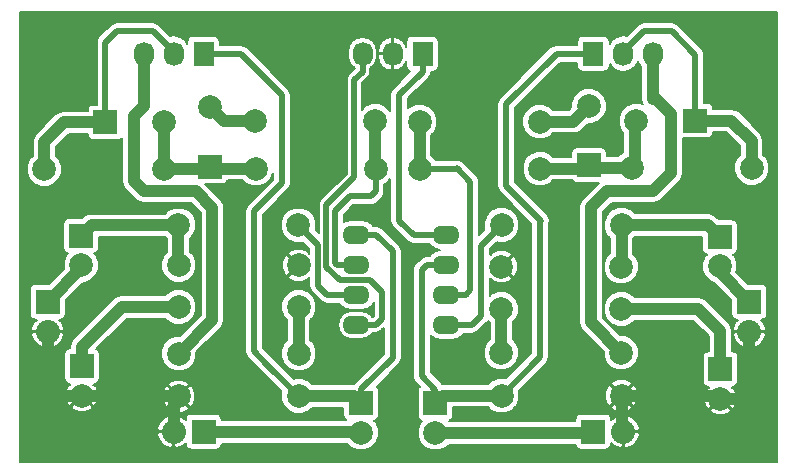
<source format=gbr>
G04 #@! TF.FileFunction,Copper,L2,Bot,Signal*
%FSLAX46Y46*%
G04 Gerber Fmt 4.6, Leading zero omitted, Abs format (unit mm)*
G04 Created by KiCad (PCBNEW 4.0.7) date Sunday 08 October 2017 21:23:55*
%MOMM*%
%LPD*%
G01*
G04 APERTURE LIST*
%ADD10C,0.100000*%
%ADD11R,2.000000X2.000000*%
%ADD12C,2.000000*%
%ADD13R,1.727200X2.032000*%
%ADD14O,1.727200X2.032000*%
%ADD15R,2.032000X2.032000*%
%ADD16O,2.032000X2.032000*%
%ADD17C,1.998980*%
%ADD18O,2.300000X1.600000*%
%ADD19C,1.000000*%
%ADD20C,0.500000*%
%ADD21C,0.200000*%
G04 APERTURE END LIST*
D10*
D11*
X104650000Y-77410000D03*
D12*
X104650000Y-79910000D03*
D11*
X104710000Y-88460000D03*
D12*
X104710000Y-90960000D03*
D11*
X115560000Y-71550000D03*
D12*
X115560000Y-66550000D03*
D11*
X106690000Y-67820000D03*
D12*
X111690000Y-67820000D03*
D11*
X128360000Y-91570000D03*
D12*
X128360000Y-94070000D03*
D11*
X158700000Y-77510000D03*
D12*
X158700000Y-80010000D03*
D11*
X158760000Y-88700000D03*
D12*
X158760000Y-91200000D03*
D11*
X147630000Y-71440000D03*
D12*
X147630000Y-66440000D03*
D11*
X156650000Y-67660000D03*
D12*
X151650000Y-67660000D03*
D11*
X134640000Y-91590000D03*
D12*
X134640000Y-94090000D03*
D13*
X133540000Y-62000000D03*
D14*
X131000000Y-62000000D03*
X128460000Y-62000000D03*
D15*
X101810000Y-83000000D03*
D16*
X101810000Y-85540000D03*
D15*
X115000000Y-94000000D03*
D16*
X112460000Y-94000000D03*
D13*
X115000000Y-62000000D03*
D14*
X112460000Y-62000000D03*
X109920000Y-62000000D03*
D15*
X161210000Y-83000000D03*
D16*
X161210000Y-85540000D03*
D15*
X148000000Y-94000000D03*
D16*
X150540000Y-94000000D03*
D13*
X148000000Y-62000000D03*
D14*
X150540000Y-62000000D03*
X153080000Y-62000000D03*
D17*
X123040000Y-76530000D03*
X112880000Y-76530000D03*
X112890000Y-79910000D03*
X123050000Y-79910000D03*
X112890000Y-83440000D03*
X123050000Y-83440000D03*
X119410000Y-71730000D03*
X129570000Y-71730000D03*
X119390000Y-67710000D03*
X129550000Y-67710000D03*
X101530000Y-71760000D03*
X111690000Y-71760000D03*
X112890000Y-87380000D03*
X123050000Y-87380000D03*
X112890000Y-90990000D03*
X123050000Y-90990000D03*
X140230000Y-76510000D03*
X150390000Y-76510000D03*
X150380000Y-80030000D03*
X140220000Y-80030000D03*
X150380000Y-83620000D03*
X140220000Y-83620000D03*
X143510000Y-71720000D03*
X133350000Y-71720000D03*
X143460000Y-67750000D03*
X133300000Y-67750000D03*
X161400000Y-71670000D03*
X151240000Y-71670000D03*
X150380000Y-87310000D03*
X140220000Y-87310000D03*
X150390000Y-90940000D03*
X140230000Y-90940000D03*
D18*
X127940000Y-77350000D03*
X127940000Y-79890000D03*
X127940000Y-82430000D03*
X127940000Y-84970000D03*
X135560000Y-84970000D03*
X135560000Y-82430000D03*
X135560000Y-79890000D03*
X135560000Y-77350000D03*
D19*
X112880000Y-76530000D02*
X105530000Y-76530000D01*
X105530000Y-76530000D02*
X104650000Y-77410000D01*
X112880000Y-76530000D02*
X112880000Y-79900000D01*
X112880000Y-79900000D02*
X112890000Y-79910000D01*
X112890000Y-83440000D02*
X108080000Y-83440000D01*
X108080000Y-83440000D02*
X104710000Y-86810000D01*
X104710000Y-86810000D02*
X104710000Y-88460000D01*
X161220000Y-90154213D02*
X161210000Y-90144213D01*
X161210000Y-90144213D02*
X161210000Y-85540000D01*
X158760000Y-91200000D02*
X160174213Y-91200000D01*
X160174213Y-91200000D02*
X161220000Y-90154213D01*
X150390000Y-90940000D02*
X150390000Y-93850000D01*
X150390000Y-93850000D02*
X150540000Y-94000000D01*
X101810000Y-90160000D02*
X102610000Y-90960000D01*
X102610000Y-90960000D02*
X104710000Y-90960000D01*
X101810000Y-85540000D02*
X101810000Y-90160000D01*
X112460000Y-94000000D02*
X112460000Y-91420000D01*
X112460000Y-91420000D02*
X112890000Y-90990000D01*
X150390000Y-90940000D02*
X158500000Y-90940000D01*
X158500000Y-90940000D02*
X158760000Y-91200000D01*
X104710000Y-90960000D02*
X112860000Y-90960000D01*
X112860000Y-90960000D02*
X112890000Y-90990000D01*
X119410000Y-71730000D02*
X115740000Y-71730000D01*
X115740000Y-71730000D02*
X115560000Y-71550000D01*
X111690000Y-71760000D02*
X115350000Y-71760000D01*
X115350000Y-71760000D02*
X115560000Y-71550000D01*
X111690000Y-67820000D02*
X111690000Y-71760000D01*
X119390000Y-67710000D02*
X116720000Y-67710000D01*
X116720000Y-67710000D02*
X115560000Y-66550000D01*
X112460000Y-62000000D02*
X112460000Y-61847600D01*
D20*
X112460000Y-61847600D02*
X110696390Y-60083990D01*
X110696390Y-60083990D02*
X107666010Y-60083990D01*
X107666010Y-60083990D02*
X106690000Y-61060000D01*
X106690000Y-61060000D02*
X106690000Y-66170000D01*
X106690000Y-66170000D02*
X106690000Y-67820000D01*
D19*
X101530000Y-69460000D02*
X103170000Y-67820000D01*
X103170000Y-67820000D02*
X106690000Y-67820000D01*
X101530000Y-71760000D02*
X101530000Y-69460000D01*
D20*
X127940000Y-77350000D02*
X129630000Y-77350000D01*
X128360000Y-90420000D02*
X128360000Y-91570000D01*
X129630000Y-77350000D02*
X131020000Y-78740000D01*
X131020000Y-78740000D02*
X131020000Y-87760000D01*
X131020000Y-87760000D02*
X128360000Y-90420000D01*
X115000000Y-62000000D02*
X118150000Y-62000000D01*
X118150000Y-62000000D02*
X121640000Y-65490000D01*
X121640000Y-65490000D02*
X121640000Y-72960000D01*
X121640000Y-72960000D02*
X119260000Y-75340000D01*
X119260000Y-75340000D02*
X119260000Y-87200000D01*
X119260000Y-87200000D02*
X120380000Y-88320000D01*
X120380000Y-88320000D02*
X123050000Y-90990000D01*
D19*
X123050000Y-90990000D02*
X127780000Y-90990000D01*
X127780000Y-90990000D02*
X128360000Y-91570000D01*
X150390000Y-76510000D02*
X157700000Y-76510000D01*
X157700000Y-76510000D02*
X158700000Y-77510000D01*
X150390000Y-76510000D02*
X150390000Y-80020000D01*
X150390000Y-80020000D02*
X150380000Y-80030000D01*
X158760000Y-88700000D02*
X158760000Y-85490000D01*
X158760000Y-85490000D02*
X156890000Y-83620000D01*
X156890000Y-83620000D02*
X150380000Y-83620000D01*
X151540000Y-67730000D02*
X151540000Y-71370000D01*
X151540000Y-71370000D02*
X151240000Y-71670000D01*
X151240000Y-71670000D02*
X147860000Y-71670000D01*
X147860000Y-71670000D02*
X147630000Y-71440000D01*
X143510000Y-71720000D02*
X147350000Y-71720000D01*
X147350000Y-71720000D02*
X147630000Y-71440000D01*
X143460000Y-67750000D02*
X146320000Y-67750000D01*
X146320000Y-67750000D02*
X147630000Y-66440000D01*
D20*
X154633990Y-60083990D02*
X156650000Y-62100000D01*
X156650000Y-62100000D02*
X156650000Y-67660000D01*
D19*
X150540000Y-62000000D02*
X150540000Y-61847600D01*
D20*
X150540000Y-61847600D02*
X152303610Y-60083990D01*
X152303610Y-60083990D02*
X154633990Y-60083990D01*
D19*
X159680000Y-67660000D02*
X156650000Y-67660000D01*
X161400000Y-69380000D02*
X159680000Y-67660000D01*
X161400000Y-71670000D02*
X161400000Y-69380000D01*
D20*
X146550000Y-62000000D02*
X145420000Y-62000000D01*
X148000000Y-62000000D02*
X146550000Y-62000000D01*
X146550000Y-62000000D02*
X144890000Y-62000000D01*
X144890000Y-62000000D02*
X140600000Y-66290000D01*
X140600000Y-66290000D02*
X140600000Y-73160000D01*
X143510000Y-87660000D02*
X140230000Y-90940000D01*
X140600000Y-73160000D02*
X143570000Y-76130000D01*
X143570000Y-76130000D02*
X143510000Y-76190000D01*
X143510000Y-76190000D02*
X143510000Y-87660000D01*
X133470000Y-80330000D02*
X133470000Y-89270000D01*
X133470000Y-89270000D02*
X134640000Y-90440000D01*
X134640000Y-90440000D02*
X134640000Y-91590000D01*
X135560000Y-79890000D02*
X133910000Y-79890000D01*
X133910000Y-79890000D02*
X133470000Y-80330000D01*
D19*
X140230000Y-90940000D02*
X135290000Y-90940000D01*
X135290000Y-90940000D02*
X134640000Y-91590000D01*
D20*
X131580000Y-76130000D02*
X132800000Y-77350000D01*
X132800000Y-77350000D02*
X135560000Y-77350000D01*
X131580000Y-65476000D02*
X131580000Y-76130000D01*
X133540000Y-62000000D02*
X133540000Y-63516000D01*
X133540000Y-63516000D02*
X131580000Y-65476000D01*
X125400000Y-75080000D02*
X125400000Y-74787194D01*
X125400000Y-74787194D02*
X127760000Y-72427194D01*
X129070623Y-81160000D02*
X126539501Y-81160000D01*
X125399501Y-80020000D02*
X125399501Y-77439521D01*
X126539501Y-81160000D02*
X125399501Y-80020000D01*
X125400000Y-75080000D02*
X125400000Y-77412786D01*
X130119990Y-82209367D02*
X129070623Y-81160000D01*
X130119990Y-84440010D02*
X130119990Y-82209367D01*
X127760000Y-71990000D02*
X127760000Y-72427194D01*
X127940000Y-84970000D02*
X129590000Y-84970000D01*
X129590000Y-84970000D02*
X130119990Y-84440010D01*
X127760000Y-64216000D02*
X128460000Y-63516000D01*
X127760000Y-71990000D02*
X127760000Y-64216000D01*
X128460000Y-63516000D02*
X128460000Y-62000000D01*
D19*
X109920000Y-62000000D02*
X109920000Y-66390000D01*
X115750000Y-84520000D02*
X112890000Y-87380000D01*
X109920000Y-66390000D02*
X109080000Y-67230000D01*
X109080000Y-67230000D02*
X109080000Y-72760000D01*
X109080000Y-72760000D02*
X109979491Y-73659491D01*
X109979491Y-73659491D02*
X114349491Y-73659491D01*
X114349491Y-73659491D02*
X115750000Y-75060000D01*
X115750000Y-75060000D02*
X115750000Y-84520000D01*
X150380000Y-87310000D02*
X147820000Y-84750000D01*
X147820000Y-84750000D02*
X147820000Y-74990000D01*
X153080000Y-65840000D02*
X153080000Y-62000000D01*
X147820000Y-74990000D02*
X149190000Y-73620000D01*
X149190000Y-73620000D02*
X153080000Y-73620000D01*
X153080000Y-73620000D02*
X154620000Y-72080000D01*
X154620000Y-72080000D02*
X154620000Y-67130000D01*
X154620000Y-67130000D02*
X153330000Y-65840000D01*
X153330000Y-65840000D02*
X153080000Y-65840000D01*
D20*
X127940000Y-82430000D02*
X125470000Y-82430000D01*
X125470000Y-82430000D02*
X124699491Y-81659491D01*
X124699491Y-81659491D02*
X124699491Y-78189491D01*
X124699491Y-78189491D02*
X124039489Y-77529489D01*
X124039489Y-77529489D02*
X123040000Y-76530000D01*
D19*
X123050000Y-83440000D02*
X123050000Y-87380000D01*
D20*
X129150000Y-74080000D02*
X129570000Y-73660000D01*
X129570000Y-73660000D02*
X129570000Y-71730000D01*
X127380000Y-74080000D02*
X129150000Y-74080000D01*
X126139990Y-75320010D02*
X127380000Y-74080000D01*
X127940000Y-79890000D02*
X126290000Y-79890000D01*
X126290000Y-79890000D02*
X126139990Y-79739990D01*
X126139990Y-79739990D02*
X126139990Y-75320010D01*
D19*
X127940000Y-79890000D02*
X128290000Y-79890000D01*
X129550000Y-67710000D02*
X129550000Y-71710000D01*
X129550000Y-71710000D02*
X129570000Y-71730000D01*
D20*
X138500000Y-84190000D02*
X137720000Y-84970000D01*
X137720000Y-84970000D02*
X135560000Y-84970000D01*
X138500000Y-78240000D02*
X138500000Y-84190000D01*
X140230000Y-76510000D02*
X138500000Y-78240000D01*
D19*
X135910000Y-84970000D02*
X135560000Y-84970000D01*
X140220000Y-83620000D02*
X140220000Y-87310000D01*
D20*
X136440000Y-71710000D02*
X136430000Y-71720000D01*
X136430000Y-71720000D02*
X133350000Y-71720000D01*
X137599990Y-72869990D02*
X136440000Y-71710000D01*
X137599990Y-82040010D02*
X137599990Y-72869990D01*
X135560000Y-82430000D02*
X137210000Y-82430000D01*
X137210000Y-82430000D02*
X137599990Y-82040010D01*
D19*
X133300000Y-67750000D02*
X133300000Y-71670000D01*
X133300000Y-71670000D02*
X133350000Y-71720000D01*
X104650000Y-79910000D02*
X104650000Y-80160000D01*
X104650000Y-80160000D02*
X101810000Y-83000000D01*
X115000000Y-94000000D02*
X128290000Y-94000000D01*
X128290000Y-94000000D02*
X128360000Y-94070000D01*
X158700000Y-80010000D02*
X158700000Y-80490000D01*
X158700000Y-80490000D02*
X161210000Y-83000000D01*
X134640000Y-94090000D02*
X147910000Y-94090000D01*
X147910000Y-94090000D02*
X148000000Y-94000000D01*
D21*
G36*
X163525000Y-96525000D02*
X99475000Y-96525000D01*
X99475000Y-94270758D01*
X111070123Y-94270758D01*
X111279536Y-94782031D01*
X111668664Y-95174246D01*
X112178265Y-95387693D01*
X112189243Y-95389873D01*
X112410000Y-95315050D01*
X112410000Y-94050000D01*
X111144879Y-94050000D01*
X111070123Y-94270758D01*
X99475000Y-94270758D01*
X99475000Y-93729242D01*
X111070123Y-93729242D01*
X111144879Y-93950000D01*
X112410000Y-93950000D01*
X112410000Y-92684950D01*
X112189243Y-92610127D01*
X112178265Y-92612307D01*
X111668664Y-92825754D01*
X111279536Y-93217969D01*
X111070123Y-93729242D01*
X99475000Y-93729242D01*
X99475000Y-91933323D01*
X103807388Y-91933323D01*
X103911944Y-92143494D01*
X104425596Y-92358809D01*
X104982546Y-92361167D01*
X105498003Y-92150211D01*
X105508056Y-92143494D01*
X105597870Y-91962955D01*
X111987756Y-91962955D01*
X112092251Y-92173073D01*
X112605718Y-92388303D01*
X113162466Y-92390653D01*
X113677733Y-92179767D01*
X113687749Y-92173073D01*
X113792244Y-91962955D01*
X112890000Y-91060711D01*
X111987756Y-91962955D01*
X105597870Y-91962955D01*
X105612612Y-91933323D01*
X104710000Y-91030711D01*
X103807388Y-91933323D01*
X99475000Y-91933323D01*
X99475000Y-87460000D01*
X103200205Y-87460000D01*
X103200205Y-89460000D01*
X103235069Y-89645289D01*
X103344575Y-89815465D01*
X103511661Y-89929630D01*
X103688617Y-89965465D01*
X103666684Y-89987398D01*
X103736675Y-90057389D01*
X103526506Y-90161944D01*
X103311191Y-90675596D01*
X103308833Y-91232546D01*
X103519789Y-91748003D01*
X103526506Y-91758056D01*
X103736677Y-91862612D01*
X104639289Y-90960000D01*
X104625147Y-90945858D01*
X104695858Y-90875147D01*
X104710000Y-90889289D01*
X104724142Y-90875147D01*
X104794853Y-90945858D01*
X104780711Y-90960000D01*
X105683323Y-91862612D01*
X105893494Y-91758056D01*
X106101237Y-91262466D01*
X111489347Y-91262466D01*
X111700233Y-91777733D01*
X111706927Y-91787749D01*
X111917045Y-91892244D01*
X112819289Y-90990000D01*
X112960711Y-90990000D01*
X113862955Y-91892244D01*
X114073073Y-91787749D01*
X114288303Y-91274282D01*
X114290653Y-90717534D01*
X114079767Y-90202267D01*
X114073073Y-90192251D01*
X113862955Y-90087756D01*
X112960711Y-90990000D01*
X112819289Y-90990000D01*
X111917045Y-90087756D01*
X111706927Y-90192251D01*
X111491697Y-90705718D01*
X111489347Y-91262466D01*
X106101237Y-91262466D01*
X106108809Y-91244404D01*
X106111167Y-90687454D01*
X105900211Y-90171997D01*
X105893494Y-90161944D01*
X105683325Y-90057389D01*
X105723669Y-90017045D01*
X111987756Y-90017045D01*
X112890000Y-90919289D01*
X113792244Y-90017045D01*
X113687749Y-89806927D01*
X113174282Y-89591697D01*
X112617534Y-89589347D01*
X112102267Y-89800233D01*
X112092251Y-89806927D01*
X111987756Y-90017045D01*
X105723669Y-90017045D01*
X105753316Y-89987398D01*
X105731641Y-89965723D01*
X105895289Y-89934931D01*
X106065465Y-89825425D01*
X106179630Y-89658339D01*
X106219795Y-89460000D01*
X106219795Y-87460000D01*
X106184931Y-87274711D01*
X106075425Y-87104535D01*
X105929432Y-87004782D01*
X108494214Y-84440000D01*
X111769505Y-84440000D01*
X112039498Y-84710465D01*
X112590424Y-84939229D01*
X113186958Y-84939750D01*
X113738283Y-84711947D01*
X114160465Y-84290502D01*
X114389229Y-83739576D01*
X114389750Y-83143042D01*
X114161947Y-82591717D01*
X113740502Y-82169535D01*
X113189576Y-81940771D01*
X112593042Y-81940250D01*
X112041717Y-82168053D01*
X111769294Y-82440000D01*
X108080005Y-82440000D01*
X108080000Y-82439999D01*
X107697316Y-82516120D01*
X107372893Y-82732893D01*
X104002893Y-86102893D01*
X103786120Y-86427316D01*
X103770252Y-86507090D01*
X103710000Y-86810000D01*
X103710000Y-86950205D01*
X103524711Y-86985069D01*
X103354535Y-87094575D01*
X103240370Y-87261661D01*
X103200205Y-87460000D01*
X99475000Y-87460000D01*
X99475000Y-85810757D01*
X100420127Y-85810757D01*
X100422307Y-85821735D01*
X100635754Y-86331336D01*
X101027969Y-86720464D01*
X101539242Y-86929877D01*
X101760000Y-86855121D01*
X101760000Y-85590000D01*
X101860000Y-85590000D01*
X101860000Y-86855121D01*
X102080758Y-86929877D01*
X102592031Y-86720464D01*
X102984246Y-86331336D01*
X103197693Y-85821735D01*
X103199873Y-85810757D01*
X103125050Y-85590000D01*
X101860000Y-85590000D01*
X101760000Y-85590000D01*
X100494950Y-85590000D01*
X100420127Y-85810757D01*
X99475000Y-85810757D01*
X99475000Y-81984000D01*
X100284205Y-81984000D01*
X100284205Y-84016000D01*
X100319069Y-84201289D01*
X100428575Y-84371465D01*
X100595661Y-84485630D01*
X100794000Y-84525795D01*
X100860391Y-84525795D01*
X100635754Y-84748664D01*
X100422307Y-85258265D01*
X100420127Y-85269243D01*
X100494950Y-85490000D01*
X101760000Y-85490000D01*
X101760000Y-85470000D01*
X101860000Y-85470000D01*
X101860000Y-85490000D01*
X103125050Y-85490000D01*
X103199873Y-85269243D01*
X103197693Y-85258265D01*
X102984246Y-84748664D01*
X102759609Y-84525795D01*
X102826000Y-84525795D01*
X103011289Y-84490931D01*
X103181465Y-84381425D01*
X103295630Y-84214339D01*
X103335795Y-84016000D01*
X103335795Y-82888419D01*
X104814069Y-81410144D01*
X104947059Y-81410260D01*
X105498572Y-81182380D01*
X105920897Y-80760791D01*
X106149739Y-80209677D01*
X106150260Y-79612941D01*
X105922380Y-79061428D01*
X105760280Y-78899045D01*
X105835289Y-78884931D01*
X106005465Y-78775425D01*
X106119630Y-78608339D01*
X106159795Y-78410000D01*
X106159795Y-77530000D01*
X111759505Y-77530000D01*
X111880000Y-77650706D01*
X111880000Y-78799488D01*
X111619535Y-79059498D01*
X111390771Y-79610424D01*
X111390250Y-80206958D01*
X111618053Y-80758283D01*
X112039498Y-81180465D01*
X112590424Y-81409229D01*
X113186958Y-81409750D01*
X113738283Y-81181947D01*
X114160465Y-80760502D01*
X114389229Y-80209576D01*
X114389750Y-79613042D01*
X114161947Y-79061717D01*
X113880000Y-78779277D01*
X113880000Y-77650495D01*
X114150465Y-77380502D01*
X114379229Y-76829576D01*
X114379750Y-76233042D01*
X114151947Y-75681717D01*
X113730502Y-75259535D01*
X113179576Y-75030771D01*
X112583042Y-75030250D01*
X112031717Y-75258053D01*
X111759294Y-75530000D01*
X105530000Y-75530000D01*
X105147316Y-75606120D01*
X104822893Y-75822893D01*
X104745581Y-75900205D01*
X103650000Y-75900205D01*
X103464711Y-75935069D01*
X103294535Y-76044575D01*
X103180370Y-76211661D01*
X103140205Y-76410000D01*
X103140205Y-78410000D01*
X103175069Y-78595289D01*
X103284575Y-78765465D01*
X103451661Y-78879630D01*
X103540894Y-78897700D01*
X103379103Y-79059209D01*
X103150261Y-79610323D01*
X103149740Y-80207059D01*
X103161139Y-80234647D01*
X101921581Y-81474205D01*
X100794000Y-81474205D01*
X100608711Y-81509069D01*
X100438535Y-81618575D01*
X100324370Y-81785661D01*
X100284205Y-81984000D01*
X99475000Y-81984000D01*
X99475000Y-72056958D01*
X100030250Y-72056958D01*
X100258053Y-72608283D01*
X100679498Y-73030465D01*
X101230424Y-73259229D01*
X101826958Y-73259750D01*
X102378283Y-73031947D01*
X102800465Y-72610502D01*
X103029229Y-72059576D01*
X103029750Y-71463042D01*
X102801947Y-70911717D01*
X102530000Y-70639294D01*
X102530000Y-69874214D01*
X103584214Y-68820000D01*
X105180205Y-68820000D01*
X105215069Y-69005289D01*
X105324575Y-69175465D01*
X105491661Y-69289630D01*
X105690000Y-69329795D01*
X107690000Y-69329795D01*
X107875289Y-69294931D01*
X108045465Y-69185425D01*
X108080000Y-69134881D01*
X108080000Y-72760000D01*
X108156120Y-73142684D01*
X108372893Y-73467107D01*
X109272384Y-74366598D01*
X109596808Y-74583371D01*
X109979491Y-74659491D01*
X113935277Y-74659491D01*
X114750000Y-75474214D01*
X114750000Y-84105786D01*
X112975202Y-85880584D01*
X112593042Y-85880250D01*
X112041717Y-86108053D01*
X111619535Y-86529498D01*
X111390771Y-87080424D01*
X111390250Y-87676958D01*
X111618053Y-88228283D01*
X112039498Y-88650465D01*
X112590424Y-88879229D01*
X113186958Y-88879750D01*
X113738283Y-88651947D01*
X114160465Y-88230502D01*
X114389229Y-87679576D01*
X114389565Y-87294649D01*
X116457107Y-85227107D01*
X116673880Y-84902684D01*
X116750000Y-84520000D01*
X116750000Y-75060000D01*
X116704500Y-74831256D01*
X116673880Y-74677316D01*
X116457107Y-74352893D01*
X115164009Y-73059795D01*
X116560000Y-73059795D01*
X116745289Y-73024931D01*
X116915465Y-72915425D01*
X117029630Y-72748339D01*
X117033344Y-72730000D01*
X118289505Y-72730000D01*
X118559498Y-73000465D01*
X119110424Y-73229229D01*
X119706958Y-73229750D01*
X120258283Y-73001947D01*
X120680465Y-72580502D01*
X120890000Y-72075885D01*
X120890000Y-72649340D01*
X118729670Y-74809670D01*
X118567090Y-75052987D01*
X118510000Y-75340000D01*
X118510000Y-87200000D01*
X118567090Y-87487013D01*
X118729670Y-87730330D01*
X121591552Y-90592212D01*
X121550771Y-90690424D01*
X121550250Y-91286958D01*
X121778053Y-91838283D01*
X122199498Y-92260465D01*
X122750424Y-92489229D01*
X123346958Y-92489750D01*
X123898283Y-92261947D01*
X124170706Y-91990000D01*
X126850205Y-91990000D01*
X126850205Y-92570000D01*
X126885069Y-92755289D01*
X126994575Y-92925465D01*
X127103661Y-93000000D01*
X116525795Y-93000000D01*
X116525795Y-92984000D01*
X116490931Y-92798711D01*
X116381425Y-92628535D01*
X116214339Y-92514370D01*
X116016000Y-92474205D01*
X113984000Y-92474205D01*
X113798711Y-92509069D01*
X113628535Y-92618575D01*
X113514370Y-92785661D01*
X113474205Y-92984000D01*
X113474205Y-93050391D01*
X113251336Y-92825754D01*
X112741735Y-92612307D01*
X112730757Y-92610127D01*
X112510000Y-92684950D01*
X112510000Y-93950000D01*
X112530000Y-93950000D01*
X112530000Y-94050000D01*
X112510000Y-94050000D01*
X112510000Y-95315050D01*
X112730757Y-95389873D01*
X112741735Y-95387693D01*
X113251336Y-95174246D01*
X113474205Y-94949609D01*
X113474205Y-95016000D01*
X113509069Y-95201289D01*
X113618575Y-95371465D01*
X113785661Y-95485630D01*
X113984000Y-95525795D01*
X116016000Y-95525795D01*
X116201289Y-95490931D01*
X116371465Y-95381425D01*
X116485630Y-95214339D01*
X116525795Y-95016000D01*
X116525795Y-95000000D01*
X127168906Y-95000000D01*
X127509209Y-95340897D01*
X128060323Y-95569739D01*
X128657059Y-95570260D01*
X129208572Y-95342380D01*
X129630897Y-94920791D01*
X129859739Y-94369677D01*
X129860260Y-93772941D01*
X129632380Y-93221428D01*
X129470280Y-93059045D01*
X129545289Y-93044931D01*
X129715465Y-92935425D01*
X129829630Y-92768339D01*
X129869795Y-92570000D01*
X129869795Y-90570000D01*
X129834931Y-90384711D01*
X129725425Y-90214535D01*
X129666433Y-90174227D01*
X131550330Y-88290330D01*
X131712910Y-88047013D01*
X131770000Y-87760000D01*
X131770000Y-78740000D01*
X131712910Y-78452987D01*
X131550330Y-78209670D01*
X130160330Y-76819670D01*
X129917013Y-76657090D01*
X129630000Y-76600000D01*
X129354645Y-76600000D01*
X129241564Y-76430761D01*
X128819813Y-76148957D01*
X128322325Y-76050000D01*
X127557675Y-76050000D01*
X127060187Y-76148957D01*
X126889990Y-76262679D01*
X126889990Y-75630670D01*
X127690660Y-74830000D01*
X129150000Y-74830000D01*
X129437013Y-74772910D01*
X129680330Y-74610330D01*
X130100330Y-74190330D01*
X130102774Y-74186672D01*
X130262910Y-73947013D01*
X130320000Y-73660000D01*
X130320000Y-73042557D01*
X130418283Y-73001947D01*
X130830000Y-72590949D01*
X130830000Y-76130000D01*
X130887090Y-76417013D01*
X131049670Y-76660330D01*
X132269670Y-77880330D01*
X132512988Y-78042911D01*
X132800000Y-78100000D01*
X134145355Y-78100000D01*
X134258436Y-78269239D01*
X134680187Y-78551043D01*
X135026856Y-78620000D01*
X134680187Y-78688957D01*
X134258436Y-78970761D01*
X134145355Y-79140000D01*
X133910000Y-79140000D01*
X133622987Y-79197090D01*
X133379670Y-79359670D01*
X132939670Y-79799670D01*
X132777090Y-80042987D01*
X132720000Y-80330000D01*
X132720000Y-89270000D01*
X132777090Y-89557013D01*
X132939670Y-89800330D01*
X133332835Y-90193495D01*
X133284535Y-90224575D01*
X133170370Y-90391661D01*
X133130205Y-90590000D01*
X133130205Y-92590000D01*
X133165069Y-92775289D01*
X133274575Y-92945465D01*
X133441661Y-93059630D01*
X133530894Y-93077700D01*
X133369103Y-93239209D01*
X133140261Y-93790323D01*
X133139740Y-94387059D01*
X133367620Y-94938572D01*
X133789209Y-95360897D01*
X134340323Y-95589739D01*
X134937059Y-95590260D01*
X135488572Y-95362380D01*
X135761428Y-95090000D01*
X146488129Y-95090000D01*
X146509069Y-95201289D01*
X146618575Y-95371465D01*
X146785661Y-95485630D01*
X146984000Y-95525795D01*
X149016000Y-95525795D01*
X149201289Y-95490931D01*
X149371465Y-95381425D01*
X149485630Y-95214339D01*
X149525795Y-95016000D01*
X149525795Y-94949609D01*
X149748664Y-95174246D01*
X150258265Y-95387693D01*
X150269243Y-95389873D01*
X150490000Y-95315050D01*
X150490000Y-94050000D01*
X150590000Y-94050000D01*
X150590000Y-95315050D01*
X150810757Y-95389873D01*
X150821735Y-95387693D01*
X151331336Y-95174246D01*
X151720464Y-94782031D01*
X151929877Y-94270758D01*
X151855121Y-94050000D01*
X150590000Y-94050000D01*
X150490000Y-94050000D01*
X150470000Y-94050000D01*
X150470000Y-93950000D01*
X150490000Y-93950000D01*
X150490000Y-92684950D01*
X150590000Y-92684950D01*
X150590000Y-93950000D01*
X151855121Y-93950000D01*
X151929877Y-93729242D01*
X151720464Y-93217969D01*
X151331336Y-92825754D01*
X150821735Y-92612307D01*
X150810757Y-92610127D01*
X150590000Y-92684950D01*
X150490000Y-92684950D01*
X150269243Y-92610127D01*
X150258265Y-92612307D01*
X149748664Y-92825754D01*
X149525795Y-93050391D01*
X149525795Y-92984000D01*
X149490931Y-92798711D01*
X149381425Y-92628535D01*
X149214339Y-92514370D01*
X149016000Y-92474205D01*
X146984000Y-92474205D01*
X146798711Y-92509069D01*
X146628535Y-92618575D01*
X146514370Y-92785661D01*
X146474205Y-92984000D01*
X146474205Y-93090000D01*
X135761216Y-93090000D01*
X135750280Y-93079045D01*
X135825289Y-93064931D01*
X135995465Y-92955425D01*
X136109630Y-92788339D01*
X136149795Y-92590000D01*
X136149795Y-91940000D01*
X139109505Y-91940000D01*
X139379498Y-92210465D01*
X139930424Y-92439229D01*
X140526958Y-92439750D01*
X141078283Y-92211947D01*
X141377797Y-91912955D01*
X149487756Y-91912955D01*
X149592251Y-92123073D01*
X150105718Y-92338303D01*
X150662466Y-92340653D01*
X151071310Y-92173323D01*
X157857388Y-92173323D01*
X157961944Y-92383494D01*
X158475596Y-92598809D01*
X159032546Y-92601167D01*
X159548003Y-92390211D01*
X159558056Y-92383494D01*
X159662612Y-92173323D01*
X158760000Y-91270711D01*
X157857388Y-92173323D01*
X151071310Y-92173323D01*
X151177733Y-92129767D01*
X151187749Y-92123073D01*
X151292244Y-91912955D01*
X150390000Y-91010711D01*
X149487756Y-91912955D01*
X141377797Y-91912955D01*
X141500465Y-91790502D01*
X141729229Y-91239576D01*
X141729252Y-91212466D01*
X148989347Y-91212466D01*
X149200233Y-91727733D01*
X149206927Y-91737749D01*
X149417045Y-91842244D01*
X150319289Y-90940000D01*
X150460711Y-90940000D01*
X151362955Y-91842244D01*
X151573073Y-91737749D01*
X151788303Y-91224282D01*
X151790653Y-90667534D01*
X151579767Y-90152267D01*
X151573073Y-90142251D01*
X151362955Y-90037756D01*
X150460711Y-90940000D01*
X150319289Y-90940000D01*
X149417045Y-90037756D01*
X149206927Y-90142251D01*
X148991697Y-90655718D01*
X148989347Y-91212466D01*
X141729252Y-91212466D01*
X141729750Y-90643042D01*
X141688193Y-90542467D01*
X142263615Y-89967045D01*
X149487756Y-89967045D01*
X150390000Y-90869289D01*
X151292244Y-89967045D01*
X151187749Y-89756927D01*
X150674282Y-89541697D01*
X150117534Y-89539347D01*
X149602267Y-89750233D01*
X149592251Y-89756927D01*
X149487756Y-89967045D01*
X142263615Y-89967045D01*
X144040330Y-88190330D01*
X144202910Y-87947013D01*
X144260000Y-87660000D01*
X144260000Y-76421367D01*
X144262910Y-76417012D01*
X144320000Y-76130000D01*
X144262910Y-75842987D01*
X144100330Y-75599670D01*
X141350000Y-72849340D01*
X141350000Y-68046958D01*
X141960250Y-68046958D01*
X142188053Y-68598283D01*
X142609498Y-69020465D01*
X143160424Y-69249229D01*
X143756958Y-69249750D01*
X144308283Y-69021947D01*
X144580706Y-68750000D01*
X146320000Y-68750000D01*
X146702684Y-68673880D01*
X147027107Y-68457107D01*
X147544288Y-67939926D01*
X147927059Y-67940260D01*
X148478572Y-67712380D01*
X148900897Y-67290791D01*
X149129739Y-66739677D01*
X149130260Y-66142941D01*
X148902380Y-65591428D01*
X148480791Y-65169103D01*
X147929677Y-64940261D01*
X147332941Y-64939740D01*
X146781428Y-65167620D01*
X146359103Y-65589209D01*
X146130261Y-66140323D01*
X146129924Y-66525862D01*
X145905786Y-66750000D01*
X144580495Y-66750000D01*
X144310502Y-66479535D01*
X143759576Y-66250771D01*
X143163042Y-66250250D01*
X142611717Y-66478053D01*
X142189535Y-66899498D01*
X141960771Y-67450424D01*
X141960250Y-68046958D01*
X141350000Y-68046958D01*
X141350000Y-66600660D01*
X145200660Y-62750000D01*
X146626605Y-62750000D01*
X146626605Y-63016000D01*
X146661469Y-63201289D01*
X146770975Y-63371465D01*
X146938061Y-63485630D01*
X147136400Y-63525795D01*
X148863600Y-63525795D01*
X149048889Y-63490931D01*
X149219065Y-63381425D01*
X149333230Y-63214339D01*
X149373395Y-63016000D01*
X149373395Y-62843406D01*
X149575789Y-63146311D01*
X150018173Y-63441902D01*
X150540000Y-63545700D01*
X151061827Y-63441902D01*
X151504211Y-63146311D01*
X151799802Y-62703927D01*
X151810000Y-62652658D01*
X151820198Y-62703927D01*
X152080000Y-63092749D01*
X152080000Y-65840000D01*
X152156120Y-66222683D01*
X152177667Y-66254931D01*
X151949677Y-66160261D01*
X151352941Y-66159740D01*
X150801428Y-66387620D01*
X150379103Y-66809209D01*
X150150261Y-67360323D01*
X150149740Y-67957059D01*
X150377620Y-68508572D01*
X150540000Y-68671235D01*
X150540000Y-70336784D01*
X150391717Y-70398053D01*
X150119294Y-70670000D01*
X149139795Y-70670000D01*
X149139795Y-70440000D01*
X149104931Y-70254711D01*
X148995425Y-70084535D01*
X148828339Y-69970370D01*
X148630000Y-69930205D01*
X146630000Y-69930205D01*
X146444711Y-69965069D01*
X146274535Y-70074575D01*
X146160370Y-70241661D01*
X146120205Y-70440000D01*
X146120205Y-70720000D01*
X144630495Y-70720000D01*
X144360502Y-70449535D01*
X143809576Y-70220771D01*
X143213042Y-70220250D01*
X142661717Y-70448053D01*
X142239535Y-70869498D01*
X142010771Y-71420424D01*
X142010250Y-72016958D01*
X142238053Y-72568283D01*
X142659498Y-72990465D01*
X143210424Y-73219229D01*
X143806958Y-73219750D01*
X144358283Y-72991947D01*
X144630706Y-72720000D01*
X146216014Y-72720000D01*
X146264575Y-72795465D01*
X146431661Y-72909630D01*
X146630000Y-72949795D01*
X148445992Y-72949795D01*
X147112893Y-74282893D01*
X146896120Y-74607316D01*
X146893597Y-74620000D01*
X146820000Y-74990000D01*
X146820000Y-84750000D01*
X146896120Y-85132684D01*
X147112893Y-85457107D01*
X148880584Y-87224798D01*
X148880250Y-87606958D01*
X149108053Y-88158283D01*
X149529498Y-88580465D01*
X150080424Y-88809229D01*
X150676958Y-88809750D01*
X151228283Y-88581947D01*
X151650465Y-88160502D01*
X151879229Y-87609576D01*
X151879750Y-87013042D01*
X151651947Y-86461717D01*
X151230502Y-86039535D01*
X150679576Y-85810771D01*
X150294649Y-85810435D01*
X148820000Y-84335786D01*
X148820000Y-83916958D01*
X148880250Y-83916958D01*
X149108053Y-84468283D01*
X149529498Y-84890465D01*
X150080424Y-85119229D01*
X150676958Y-85119750D01*
X151228283Y-84891947D01*
X151500706Y-84620000D01*
X156475786Y-84620000D01*
X157760000Y-85904214D01*
X157760000Y-87190205D01*
X157574711Y-87225069D01*
X157404535Y-87334575D01*
X157290370Y-87501661D01*
X157250205Y-87700000D01*
X157250205Y-89700000D01*
X157285069Y-89885289D01*
X157394575Y-90055465D01*
X157561661Y-90169630D01*
X157738617Y-90205465D01*
X157716684Y-90227398D01*
X157786675Y-90297389D01*
X157576506Y-90401944D01*
X157361191Y-90915596D01*
X157358833Y-91472546D01*
X157569789Y-91988003D01*
X157576506Y-91998056D01*
X157786677Y-92102612D01*
X158689289Y-91200000D01*
X158675147Y-91185858D01*
X158745858Y-91115147D01*
X158760000Y-91129289D01*
X158774142Y-91115147D01*
X158844853Y-91185858D01*
X158830711Y-91200000D01*
X159733323Y-92102612D01*
X159943494Y-91998056D01*
X160158809Y-91484404D01*
X160161167Y-90927454D01*
X159950211Y-90411997D01*
X159943494Y-90401944D01*
X159733325Y-90297389D01*
X159803316Y-90227398D01*
X159781641Y-90205723D01*
X159945289Y-90174931D01*
X160115465Y-90065425D01*
X160229630Y-89898339D01*
X160269795Y-89700000D01*
X160269795Y-87700000D01*
X160234931Y-87514711D01*
X160125425Y-87344535D01*
X159958339Y-87230370D01*
X159760000Y-87190205D01*
X159760000Y-85810757D01*
X159820127Y-85810757D01*
X159822307Y-85821735D01*
X160035754Y-86331336D01*
X160427969Y-86720464D01*
X160939242Y-86929877D01*
X161160000Y-86855121D01*
X161160000Y-85590000D01*
X161260000Y-85590000D01*
X161260000Y-86855121D01*
X161480758Y-86929877D01*
X161992031Y-86720464D01*
X162384246Y-86331336D01*
X162597693Y-85821735D01*
X162599873Y-85810757D01*
X162525050Y-85590000D01*
X161260000Y-85590000D01*
X161160000Y-85590000D01*
X159894950Y-85590000D01*
X159820127Y-85810757D01*
X159760000Y-85810757D01*
X159760000Y-85490000D01*
X159683880Y-85107317D01*
X159467107Y-84782893D01*
X157597107Y-82912893D01*
X157272684Y-82696120D01*
X156890000Y-82620000D01*
X151500495Y-82620000D01*
X151230502Y-82349535D01*
X150679576Y-82120771D01*
X150083042Y-82120250D01*
X149531717Y-82348053D01*
X149109535Y-82769498D01*
X148880771Y-83320424D01*
X148880250Y-83916958D01*
X148820000Y-83916958D01*
X148820000Y-80326958D01*
X148880250Y-80326958D01*
X149108053Y-80878283D01*
X149529498Y-81300465D01*
X150080424Y-81529229D01*
X150676958Y-81529750D01*
X151228283Y-81301947D01*
X151650465Y-80880502D01*
X151879229Y-80329576D01*
X151879750Y-79733042D01*
X151651947Y-79181717D01*
X151390000Y-78919312D01*
X151390000Y-77630495D01*
X151510706Y-77510000D01*
X157190205Y-77510000D01*
X157190205Y-78510000D01*
X157225069Y-78695289D01*
X157334575Y-78865465D01*
X157501661Y-78979630D01*
X157590894Y-78997700D01*
X157429103Y-79159209D01*
X157200261Y-79710323D01*
X157199740Y-80307059D01*
X157427620Y-80858572D01*
X157849209Y-81280897D01*
X158238210Y-81442424D01*
X159684205Y-82888419D01*
X159684205Y-84016000D01*
X159719069Y-84201289D01*
X159828575Y-84371465D01*
X159995661Y-84485630D01*
X160194000Y-84525795D01*
X160260391Y-84525795D01*
X160035754Y-84748664D01*
X159822307Y-85258265D01*
X159820127Y-85269243D01*
X159894950Y-85490000D01*
X161160000Y-85490000D01*
X161160000Y-85470000D01*
X161260000Y-85470000D01*
X161260000Y-85490000D01*
X162525050Y-85490000D01*
X162599873Y-85269243D01*
X162597693Y-85258265D01*
X162384246Y-84748664D01*
X162159609Y-84525795D01*
X162226000Y-84525795D01*
X162411289Y-84490931D01*
X162581465Y-84381425D01*
X162695630Y-84214339D01*
X162735795Y-84016000D01*
X162735795Y-81984000D01*
X162700931Y-81798711D01*
X162591425Y-81628535D01*
X162424339Y-81514370D01*
X162226000Y-81474205D01*
X161098419Y-81474205D01*
X160121738Y-80497524D01*
X160199739Y-80309677D01*
X160200260Y-79712941D01*
X159972380Y-79161428D01*
X159810280Y-78999045D01*
X159885289Y-78984931D01*
X160055465Y-78875425D01*
X160169630Y-78708339D01*
X160209795Y-78510000D01*
X160209795Y-76510000D01*
X160174931Y-76324711D01*
X160065425Y-76154535D01*
X159898339Y-76040370D01*
X159700000Y-76000205D01*
X158604419Y-76000205D01*
X158407107Y-75802893D01*
X158082684Y-75586120D01*
X157700000Y-75510000D01*
X151510495Y-75510000D01*
X151240502Y-75239535D01*
X150689576Y-75010771D01*
X150093042Y-75010250D01*
X149541717Y-75238053D01*
X149119535Y-75659498D01*
X148890771Y-76210424D01*
X148890250Y-76806958D01*
X149118053Y-77358283D01*
X149390000Y-77630706D01*
X149390000Y-78899523D01*
X149109535Y-79179498D01*
X148880771Y-79730424D01*
X148880250Y-80326958D01*
X148820000Y-80326958D01*
X148820000Y-75404214D01*
X149604213Y-74620000D01*
X153080000Y-74620000D01*
X153462684Y-74543880D01*
X153787107Y-74327107D01*
X155327107Y-72787107D01*
X155543880Y-72462684D01*
X155620000Y-72080000D01*
X155620000Y-69163720D01*
X155650000Y-69169795D01*
X157650000Y-69169795D01*
X157835289Y-69134931D01*
X158005465Y-69025425D01*
X158119630Y-68858339D01*
X158159795Y-68660000D01*
X159265786Y-68660000D01*
X160400000Y-69794214D01*
X160400000Y-70549505D01*
X160129535Y-70819498D01*
X159900771Y-71370424D01*
X159900250Y-71966958D01*
X160128053Y-72518283D01*
X160549498Y-72940465D01*
X161100424Y-73169229D01*
X161696958Y-73169750D01*
X162248283Y-72941947D01*
X162670465Y-72520502D01*
X162899229Y-71969576D01*
X162899750Y-71373042D01*
X162671947Y-70821717D01*
X162400000Y-70549294D01*
X162400000Y-69380000D01*
X162323880Y-68997317D01*
X162107107Y-68672893D01*
X160387107Y-66952893D01*
X160062684Y-66736120D01*
X159680000Y-66660000D01*
X158159795Y-66660000D01*
X158124931Y-66474711D01*
X158015425Y-66304535D01*
X157848339Y-66190370D01*
X157650000Y-66150205D01*
X157400000Y-66150205D01*
X157400000Y-62100000D01*
X157342910Y-61812987D01*
X157180330Y-61569670D01*
X155164320Y-59553660D01*
X154921003Y-59391080D01*
X154633990Y-59333990D01*
X152303610Y-59333990D01*
X152016597Y-59391080D01*
X151773280Y-59553660D01*
X150817451Y-60509489D01*
X150540000Y-60454300D01*
X150018173Y-60558098D01*
X149575789Y-60853689D01*
X149373395Y-61156594D01*
X149373395Y-60984000D01*
X149338531Y-60798711D01*
X149229025Y-60628535D01*
X149061939Y-60514370D01*
X148863600Y-60474205D01*
X147136400Y-60474205D01*
X146951111Y-60509069D01*
X146780935Y-60618575D01*
X146666770Y-60785661D01*
X146626605Y-60984000D01*
X146626605Y-61250000D01*
X144890000Y-61250000D01*
X144602987Y-61307090D01*
X144359670Y-61469670D01*
X140069670Y-65759670D01*
X139907090Y-66002987D01*
X139850000Y-66290000D01*
X139850000Y-73160000D01*
X139907090Y-73447013D01*
X140069670Y-73690330D01*
X142760000Y-76380660D01*
X142760000Y-87349340D01*
X140627788Y-89481552D01*
X140529576Y-89440771D01*
X139933042Y-89440250D01*
X139381717Y-89668053D01*
X139109294Y-89940000D01*
X135290000Y-89940000D01*
X135202258Y-89957453D01*
X135170330Y-89909670D01*
X134220000Y-88959340D01*
X134220000Y-85831715D01*
X134258436Y-85889239D01*
X134680187Y-86171043D01*
X135177675Y-86270000D01*
X135942325Y-86270000D01*
X136439813Y-86171043D01*
X136861564Y-85889239D01*
X136974645Y-85720000D01*
X137720000Y-85720000D01*
X138007013Y-85662910D01*
X138250330Y-85500330D01*
X139030330Y-84720330D01*
X139051428Y-84688755D01*
X139098225Y-84618718D01*
X139220000Y-84740706D01*
X139220000Y-86189505D01*
X138949535Y-86459498D01*
X138720771Y-87010424D01*
X138720250Y-87606958D01*
X138948053Y-88158283D01*
X139369498Y-88580465D01*
X139920424Y-88809229D01*
X140516958Y-88809750D01*
X141068283Y-88581947D01*
X141490465Y-88160502D01*
X141719229Y-87609576D01*
X141719750Y-87013042D01*
X141491947Y-86461717D01*
X141220000Y-86189294D01*
X141220000Y-84740495D01*
X141490465Y-84470502D01*
X141719229Y-83919576D01*
X141719750Y-83323042D01*
X141491947Y-82771717D01*
X141070502Y-82349535D01*
X140519576Y-82120771D01*
X139923042Y-82120250D01*
X139371717Y-82348053D01*
X139250000Y-82469558D01*
X139250000Y-81070714D01*
X139317757Y-81002957D01*
X139422251Y-81213073D01*
X139935718Y-81428303D01*
X140492466Y-81430653D01*
X141007733Y-81219767D01*
X141017749Y-81213073D01*
X141122244Y-81002955D01*
X140220000Y-80100711D01*
X140205858Y-80114853D01*
X140135147Y-80044142D01*
X140149289Y-80030000D01*
X140290711Y-80030000D01*
X141192955Y-80932244D01*
X141403073Y-80827749D01*
X141618303Y-80314282D01*
X141620653Y-79757534D01*
X141409767Y-79242267D01*
X141403073Y-79232251D01*
X141192955Y-79127756D01*
X140290711Y-80030000D01*
X140149289Y-80030000D01*
X140135147Y-80015858D01*
X140205858Y-79945147D01*
X140220000Y-79959289D01*
X141122244Y-79057045D01*
X141017749Y-78846927D01*
X140504282Y-78631697D01*
X139947534Y-78629347D01*
X139432267Y-78840233D01*
X139422251Y-78846927D01*
X139317757Y-79057043D01*
X139250000Y-78989286D01*
X139250000Y-78550660D01*
X139832212Y-77968448D01*
X139930424Y-78009229D01*
X140526958Y-78009750D01*
X141078283Y-77781947D01*
X141500465Y-77360502D01*
X141729229Y-76809576D01*
X141729750Y-76213042D01*
X141501947Y-75661717D01*
X141080502Y-75239535D01*
X140529576Y-75010771D01*
X139933042Y-75010250D01*
X139381717Y-75238053D01*
X138959535Y-75659498D01*
X138730771Y-76210424D01*
X138730250Y-76806958D01*
X138771807Y-76907533D01*
X138349990Y-77329350D01*
X138349990Y-72869990D01*
X138292900Y-72582977D01*
X138130320Y-72339660D01*
X136970330Y-71179670D01*
X136727013Y-71017090D01*
X136440000Y-70960000D01*
X136389726Y-70970000D01*
X134662557Y-70970000D01*
X134621947Y-70871717D01*
X134300000Y-70549207D01*
X134300000Y-68870495D01*
X134570465Y-68600502D01*
X134799229Y-68049576D01*
X134799750Y-67453042D01*
X134571947Y-66901717D01*
X134150502Y-66479535D01*
X133599576Y-66250771D01*
X133003042Y-66250250D01*
X132451717Y-66478053D01*
X132330000Y-66599558D01*
X132330000Y-65786660D01*
X134070330Y-64046330D01*
X134123166Y-63967255D01*
X134232910Y-63803013D01*
X134288052Y-63525795D01*
X134403600Y-63525795D01*
X134588889Y-63490931D01*
X134759065Y-63381425D01*
X134873230Y-63214339D01*
X134913395Y-63016000D01*
X134913395Y-60984000D01*
X134878531Y-60798711D01*
X134769025Y-60628535D01*
X134601939Y-60514370D01*
X134403600Y-60474205D01*
X132676400Y-60474205D01*
X132491111Y-60509069D01*
X132320935Y-60618575D01*
X132206770Y-60785661D01*
X132166605Y-60984000D01*
X132166605Y-61394082D01*
X132148280Y-61317847D01*
X131858145Y-60918744D01*
X131437365Y-60661051D01*
X131246900Y-60608357D01*
X131050000Y-60685075D01*
X131050000Y-61950000D01*
X131070000Y-61950000D01*
X131070000Y-62050000D01*
X131050000Y-62050000D01*
X131050000Y-63314925D01*
X131246900Y-63391643D01*
X131437365Y-63338949D01*
X131858145Y-63081256D01*
X132148280Y-62682153D01*
X132166605Y-62605918D01*
X132166605Y-63016000D01*
X132201469Y-63201289D01*
X132310975Y-63371465D01*
X132478061Y-63485630D01*
X132504380Y-63490960D01*
X131049670Y-64945670D01*
X130887090Y-65188987D01*
X130830000Y-65476000D01*
X130830000Y-66881207D01*
X130821947Y-66861717D01*
X130400502Y-66439535D01*
X129849576Y-66210771D01*
X129253042Y-66210250D01*
X128701717Y-66438053D01*
X128410000Y-66729261D01*
X128410000Y-64485238D01*
X128919619Y-63975620D01*
X129060521Y-63764745D01*
X129060522Y-63764744D01*
X129110000Y-63516000D01*
X129110000Y-63236343D01*
X129353500Y-63073641D01*
X129627414Y-62663700D01*
X129723600Y-62180141D01*
X129723600Y-62050000D01*
X129736400Y-62050000D01*
X129736400Y-62202400D01*
X129851720Y-62682153D01*
X130141855Y-63081256D01*
X130562635Y-63338949D01*
X130753100Y-63391643D01*
X130950000Y-63314925D01*
X130950000Y-62050000D01*
X129736400Y-62050000D01*
X129723600Y-62050000D01*
X129723600Y-61819859D01*
X129719173Y-61797600D01*
X129736400Y-61797600D01*
X129736400Y-61950000D01*
X130950000Y-61950000D01*
X130950000Y-60685075D01*
X130753100Y-60608357D01*
X130562635Y-60661051D01*
X130141855Y-60918744D01*
X129851720Y-61317847D01*
X129736400Y-61797600D01*
X129719173Y-61797600D01*
X129627414Y-61336300D01*
X129353500Y-60926359D01*
X128943559Y-60652445D01*
X128460000Y-60556259D01*
X127976441Y-60652445D01*
X127566500Y-60926359D01*
X127292586Y-61336300D01*
X127196400Y-61819859D01*
X127196400Y-62180141D01*
X127292586Y-62663700D01*
X127566500Y-63073641D01*
X127810000Y-63236343D01*
X127810000Y-63246761D01*
X127300381Y-63756381D01*
X127159478Y-63967255D01*
X127157814Y-63975620D01*
X127110000Y-64216000D01*
X127110000Y-72157956D01*
X124940381Y-74327575D01*
X124799478Y-74538449D01*
X124799478Y-74538450D01*
X124750000Y-74787194D01*
X124750000Y-77179340D01*
X124498448Y-76927788D01*
X124539229Y-76829576D01*
X124539750Y-76233042D01*
X124311947Y-75681717D01*
X123890502Y-75259535D01*
X123339576Y-75030771D01*
X122743042Y-75030250D01*
X122191717Y-75258053D01*
X121769535Y-75679498D01*
X121540771Y-76230424D01*
X121540250Y-76826958D01*
X121768053Y-77378283D01*
X122189498Y-77800465D01*
X122740424Y-78029229D01*
X123336958Y-78029750D01*
X123437533Y-77988193D01*
X123949491Y-78500151D01*
X123949491Y-78931509D01*
X123847749Y-78726927D01*
X123334282Y-78511697D01*
X122777534Y-78509347D01*
X122262267Y-78720233D01*
X122252251Y-78726927D01*
X122147756Y-78937045D01*
X123050000Y-79839289D01*
X123064142Y-79825147D01*
X123134853Y-79895858D01*
X123120711Y-79910000D01*
X123134853Y-79924142D01*
X123064142Y-79994853D01*
X123050000Y-79980711D01*
X122147756Y-80882955D01*
X122252251Y-81093073D01*
X122765718Y-81308303D01*
X123322466Y-81310653D01*
X123837733Y-81099767D01*
X123847749Y-81093073D01*
X123949491Y-80888491D01*
X123949491Y-81659491D01*
X124006581Y-81946504D01*
X124169161Y-82189821D01*
X124939670Y-82960330D01*
X125182987Y-83122910D01*
X125470000Y-83180000D01*
X126525355Y-83180000D01*
X126638436Y-83349239D01*
X127060187Y-83631043D01*
X127557675Y-83730000D01*
X128322325Y-83730000D01*
X128819813Y-83631043D01*
X129241564Y-83349239D01*
X129469990Y-83007374D01*
X129469990Y-84170772D01*
X129320762Y-84320000D01*
X129301546Y-84320000D01*
X129168894Y-84121472D01*
X128779586Y-83861345D01*
X128320366Y-83770000D01*
X127559634Y-83770000D01*
X127100414Y-83861345D01*
X126711106Y-84121472D01*
X126450979Y-84510780D01*
X126359634Y-84970000D01*
X126450979Y-85429220D01*
X126711106Y-85818528D01*
X127100414Y-86078655D01*
X127559634Y-86170000D01*
X128320366Y-86170000D01*
X128779586Y-86078655D01*
X129168894Y-85818528D01*
X129301546Y-85620000D01*
X129590000Y-85620000D01*
X129797476Y-85578731D01*
X129838745Y-85570522D01*
X130049619Y-85429619D01*
X130270000Y-85209238D01*
X130270000Y-87449340D01*
X127829670Y-89889670D01*
X127762631Y-89990000D01*
X124170495Y-89990000D01*
X123900502Y-89719535D01*
X123349576Y-89490771D01*
X122753042Y-89490250D01*
X122652467Y-89531807D01*
X120010000Y-86889340D01*
X120010000Y-83736958D01*
X121550250Y-83736958D01*
X121778053Y-84288283D01*
X122050000Y-84560706D01*
X122050000Y-86259505D01*
X121779535Y-86529498D01*
X121550771Y-87080424D01*
X121550250Y-87676958D01*
X121778053Y-88228283D01*
X122199498Y-88650465D01*
X122750424Y-88879229D01*
X123346958Y-88879750D01*
X123898283Y-88651947D01*
X124320465Y-88230502D01*
X124549229Y-87679576D01*
X124549750Y-87083042D01*
X124321947Y-86531717D01*
X124050000Y-86259294D01*
X124050000Y-84560495D01*
X124320465Y-84290502D01*
X124549229Y-83739576D01*
X124549750Y-83143042D01*
X124321947Y-82591717D01*
X123900502Y-82169535D01*
X123349576Y-81940771D01*
X122753042Y-81940250D01*
X122201717Y-82168053D01*
X121779535Y-82589498D01*
X121550771Y-83140424D01*
X121550250Y-83736958D01*
X120010000Y-83736958D01*
X120010000Y-80182466D01*
X121649347Y-80182466D01*
X121860233Y-80697733D01*
X121866927Y-80707749D01*
X122077045Y-80812244D01*
X122979289Y-79910000D01*
X122077045Y-79007756D01*
X121866927Y-79112251D01*
X121651697Y-79625718D01*
X121649347Y-80182466D01*
X120010000Y-80182466D01*
X120010000Y-75650660D01*
X122170330Y-73490330D01*
X122332910Y-73247013D01*
X122390000Y-72960000D01*
X122390000Y-65490000D01*
X122332910Y-65202987D01*
X122170330Y-64959670D01*
X118680330Y-61469670D01*
X118437013Y-61307090D01*
X118150000Y-61250000D01*
X116373395Y-61250000D01*
X116373395Y-60984000D01*
X116338531Y-60798711D01*
X116229025Y-60628535D01*
X116061939Y-60514370D01*
X115863600Y-60474205D01*
X114136400Y-60474205D01*
X113951111Y-60509069D01*
X113780935Y-60618575D01*
X113666770Y-60785661D01*
X113626605Y-60984000D01*
X113626605Y-61156594D01*
X113424211Y-60853689D01*
X112981827Y-60558098D01*
X112460000Y-60454300D01*
X112182549Y-60509489D01*
X111226720Y-59553660D01*
X110983403Y-59391080D01*
X110696390Y-59333990D01*
X107666010Y-59333990D01*
X107378997Y-59391080D01*
X107135680Y-59553660D01*
X106159670Y-60529670D01*
X105997090Y-60772987D01*
X105940000Y-61060000D01*
X105940000Y-66310205D01*
X105690000Y-66310205D01*
X105504711Y-66345069D01*
X105334535Y-66454575D01*
X105220370Y-66621661D01*
X105180205Y-66820000D01*
X103170000Y-66820000D01*
X102787317Y-66896120D01*
X102486518Y-67097107D01*
X102462893Y-67112893D01*
X100822893Y-68752893D01*
X100606120Y-69077316D01*
X100557796Y-69320260D01*
X100530000Y-69460000D01*
X100530000Y-70639505D01*
X100259535Y-70909498D01*
X100030771Y-71460424D01*
X100030250Y-72056958D01*
X99475000Y-72056958D01*
X99475000Y-58475000D01*
X163525000Y-58475000D01*
X163525000Y-96525000D01*
X163525000Y-96525000D01*
G37*
X163525000Y-96525000D02*
X99475000Y-96525000D01*
X99475000Y-94270758D01*
X111070123Y-94270758D01*
X111279536Y-94782031D01*
X111668664Y-95174246D01*
X112178265Y-95387693D01*
X112189243Y-95389873D01*
X112410000Y-95315050D01*
X112410000Y-94050000D01*
X111144879Y-94050000D01*
X111070123Y-94270758D01*
X99475000Y-94270758D01*
X99475000Y-93729242D01*
X111070123Y-93729242D01*
X111144879Y-93950000D01*
X112410000Y-93950000D01*
X112410000Y-92684950D01*
X112189243Y-92610127D01*
X112178265Y-92612307D01*
X111668664Y-92825754D01*
X111279536Y-93217969D01*
X111070123Y-93729242D01*
X99475000Y-93729242D01*
X99475000Y-91933323D01*
X103807388Y-91933323D01*
X103911944Y-92143494D01*
X104425596Y-92358809D01*
X104982546Y-92361167D01*
X105498003Y-92150211D01*
X105508056Y-92143494D01*
X105597870Y-91962955D01*
X111987756Y-91962955D01*
X112092251Y-92173073D01*
X112605718Y-92388303D01*
X113162466Y-92390653D01*
X113677733Y-92179767D01*
X113687749Y-92173073D01*
X113792244Y-91962955D01*
X112890000Y-91060711D01*
X111987756Y-91962955D01*
X105597870Y-91962955D01*
X105612612Y-91933323D01*
X104710000Y-91030711D01*
X103807388Y-91933323D01*
X99475000Y-91933323D01*
X99475000Y-87460000D01*
X103200205Y-87460000D01*
X103200205Y-89460000D01*
X103235069Y-89645289D01*
X103344575Y-89815465D01*
X103511661Y-89929630D01*
X103688617Y-89965465D01*
X103666684Y-89987398D01*
X103736675Y-90057389D01*
X103526506Y-90161944D01*
X103311191Y-90675596D01*
X103308833Y-91232546D01*
X103519789Y-91748003D01*
X103526506Y-91758056D01*
X103736677Y-91862612D01*
X104639289Y-90960000D01*
X104625147Y-90945858D01*
X104695858Y-90875147D01*
X104710000Y-90889289D01*
X104724142Y-90875147D01*
X104794853Y-90945858D01*
X104780711Y-90960000D01*
X105683323Y-91862612D01*
X105893494Y-91758056D01*
X106101237Y-91262466D01*
X111489347Y-91262466D01*
X111700233Y-91777733D01*
X111706927Y-91787749D01*
X111917045Y-91892244D01*
X112819289Y-90990000D01*
X112960711Y-90990000D01*
X113862955Y-91892244D01*
X114073073Y-91787749D01*
X114288303Y-91274282D01*
X114290653Y-90717534D01*
X114079767Y-90202267D01*
X114073073Y-90192251D01*
X113862955Y-90087756D01*
X112960711Y-90990000D01*
X112819289Y-90990000D01*
X111917045Y-90087756D01*
X111706927Y-90192251D01*
X111491697Y-90705718D01*
X111489347Y-91262466D01*
X106101237Y-91262466D01*
X106108809Y-91244404D01*
X106111167Y-90687454D01*
X105900211Y-90171997D01*
X105893494Y-90161944D01*
X105683325Y-90057389D01*
X105723669Y-90017045D01*
X111987756Y-90017045D01*
X112890000Y-90919289D01*
X113792244Y-90017045D01*
X113687749Y-89806927D01*
X113174282Y-89591697D01*
X112617534Y-89589347D01*
X112102267Y-89800233D01*
X112092251Y-89806927D01*
X111987756Y-90017045D01*
X105723669Y-90017045D01*
X105753316Y-89987398D01*
X105731641Y-89965723D01*
X105895289Y-89934931D01*
X106065465Y-89825425D01*
X106179630Y-89658339D01*
X106219795Y-89460000D01*
X106219795Y-87460000D01*
X106184931Y-87274711D01*
X106075425Y-87104535D01*
X105929432Y-87004782D01*
X108494214Y-84440000D01*
X111769505Y-84440000D01*
X112039498Y-84710465D01*
X112590424Y-84939229D01*
X113186958Y-84939750D01*
X113738283Y-84711947D01*
X114160465Y-84290502D01*
X114389229Y-83739576D01*
X114389750Y-83143042D01*
X114161947Y-82591717D01*
X113740502Y-82169535D01*
X113189576Y-81940771D01*
X112593042Y-81940250D01*
X112041717Y-82168053D01*
X111769294Y-82440000D01*
X108080005Y-82440000D01*
X108080000Y-82439999D01*
X107697316Y-82516120D01*
X107372893Y-82732893D01*
X104002893Y-86102893D01*
X103786120Y-86427316D01*
X103770252Y-86507090D01*
X103710000Y-86810000D01*
X103710000Y-86950205D01*
X103524711Y-86985069D01*
X103354535Y-87094575D01*
X103240370Y-87261661D01*
X103200205Y-87460000D01*
X99475000Y-87460000D01*
X99475000Y-85810757D01*
X100420127Y-85810757D01*
X100422307Y-85821735D01*
X100635754Y-86331336D01*
X101027969Y-86720464D01*
X101539242Y-86929877D01*
X101760000Y-86855121D01*
X101760000Y-85590000D01*
X101860000Y-85590000D01*
X101860000Y-86855121D01*
X102080758Y-86929877D01*
X102592031Y-86720464D01*
X102984246Y-86331336D01*
X103197693Y-85821735D01*
X103199873Y-85810757D01*
X103125050Y-85590000D01*
X101860000Y-85590000D01*
X101760000Y-85590000D01*
X100494950Y-85590000D01*
X100420127Y-85810757D01*
X99475000Y-85810757D01*
X99475000Y-81984000D01*
X100284205Y-81984000D01*
X100284205Y-84016000D01*
X100319069Y-84201289D01*
X100428575Y-84371465D01*
X100595661Y-84485630D01*
X100794000Y-84525795D01*
X100860391Y-84525795D01*
X100635754Y-84748664D01*
X100422307Y-85258265D01*
X100420127Y-85269243D01*
X100494950Y-85490000D01*
X101760000Y-85490000D01*
X101760000Y-85470000D01*
X101860000Y-85470000D01*
X101860000Y-85490000D01*
X103125050Y-85490000D01*
X103199873Y-85269243D01*
X103197693Y-85258265D01*
X102984246Y-84748664D01*
X102759609Y-84525795D01*
X102826000Y-84525795D01*
X103011289Y-84490931D01*
X103181465Y-84381425D01*
X103295630Y-84214339D01*
X103335795Y-84016000D01*
X103335795Y-82888419D01*
X104814069Y-81410144D01*
X104947059Y-81410260D01*
X105498572Y-81182380D01*
X105920897Y-80760791D01*
X106149739Y-80209677D01*
X106150260Y-79612941D01*
X105922380Y-79061428D01*
X105760280Y-78899045D01*
X105835289Y-78884931D01*
X106005465Y-78775425D01*
X106119630Y-78608339D01*
X106159795Y-78410000D01*
X106159795Y-77530000D01*
X111759505Y-77530000D01*
X111880000Y-77650706D01*
X111880000Y-78799488D01*
X111619535Y-79059498D01*
X111390771Y-79610424D01*
X111390250Y-80206958D01*
X111618053Y-80758283D01*
X112039498Y-81180465D01*
X112590424Y-81409229D01*
X113186958Y-81409750D01*
X113738283Y-81181947D01*
X114160465Y-80760502D01*
X114389229Y-80209576D01*
X114389750Y-79613042D01*
X114161947Y-79061717D01*
X113880000Y-78779277D01*
X113880000Y-77650495D01*
X114150465Y-77380502D01*
X114379229Y-76829576D01*
X114379750Y-76233042D01*
X114151947Y-75681717D01*
X113730502Y-75259535D01*
X113179576Y-75030771D01*
X112583042Y-75030250D01*
X112031717Y-75258053D01*
X111759294Y-75530000D01*
X105530000Y-75530000D01*
X105147316Y-75606120D01*
X104822893Y-75822893D01*
X104745581Y-75900205D01*
X103650000Y-75900205D01*
X103464711Y-75935069D01*
X103294535Y-76044575D01*
X103180370Y-76211661D01*
X103140205Y-76410000D01*
X103140205Y-78410000D01*
X103175069Y-78595289D01*
X103284575Y-78765465D01*
X103451661Y-78879630D01*
X103540894Y-78897700D01*
X103379103Y-79059209D01*
X103150261Y-79610323D01*
X103149740Y-80207059D01*
X103161139Y-80234647D01*
X101921581Y-81474205D01*
X100794000Y-81474205D01*
X100608711Y-81509069D01*
X100438535Y-81618575D01*
X100324370Y-81785661D01*
X100284205Y-81984000D01*
X99475000Y-81984000D01*
X99475000Y-72056958D01*
X100030250Y-72056958D01*
X100258053Y-72608283D01*
X100679498Y-73030465D01*
X101230424Y-73259229D01*
X101826958Y-73259750D01*
X102378283Y-73031947D01*
X102800465Y-72610502D01*
X103029229Y-72059576D01*
X103029750Y-71463042D01*
X102801947Y-70911717D01*
X102530000Y-70639294D01*
X102530000Y-69874214D01*
X103584214Y-68820000D01*
X105180205Y-68820000D01*
X105215069Y-69005289D01*
X105324575Y-69175465D01*
X105491661Y-69289630D01*
X105690000Y-69329795D01*
X107690000Y-69329795D01*
X107875289Y-69294931D01*
X108045465Y-69185425D01*
X108080000Y-69134881D01*
X108080000Y-72760000D01*
X108156120Y-73142684D01*
X108372893Y-73467107D01*
X109272384Y-74366598D01*
X109596808Y-74583371D01*
X109979491Y-74659491D01*
X113935277Y-74659491D01*
X114750000Y-75474214D01*
X114750000Y-84105786D01*
X112975202Y-85880584D01*
X112593042Y-85880250D01*
X112041717Y-86108053D01*
X111619535Y-86529498D01*
X111390771Y-87080424D01*
X111390250Y-87676958D01*
X111618053Y-88228283D01*
X112039498Y-88650465D01*
X112590424Y-88879229D01*
X113186958Y-88879750D01*
X113738283Y-88651947D01*
X114160465Y-88230502D01*
X114389229Y-87679576D01*
X114389565Y-87294649D01*
X116457107Y-85227107D01*
X116673880Y-84902684D01*
X116750000Y-84520000D01*
X116750000Y-75060000D01*
X116704500Y-74831256D01*
X116673880Y-74677316D01*
X116457107Y-74352893D01*
X115164009Y-73059795D01*
X116560000Y-73059795D01*
X116745289Y-73024931D01*
X116915465Y-72915425D01*
X117029630Y-72748339D01*
X117033344Y-72730000D01*
X118289505Y-72730000D01*
X118559498Y-73000465D01*
X119110424Y-73229229D01*
X119706958Y-73229750D01*
X120258283Y-73001947D01*
X120680465Y-72580502D01*
X120890000Y-72075885D01*
X120890000Y-72649340D01*
X118729670Y-74809670D01*
X118567090Y-75052987D01*
X118510000Y-75340000D01*
X118510000Y-87200000D01*
X118567090Y-87487013D01*
X118729670Y-87730330D01*
X121591552Y-90592212D01*
X121550771Y-90690424D01*
X121550250Y-91286958D01*
X121778053Y-91838283D01*
X122199498Y-92260465D01*
X122750424Y-92489229D01*
X123346958Y-92489750D01*
X123898283Y-92261947D01*
X124170706Y-91990000D01*
X126850205Y-91990000D01*
X126850205Y-92570000D01*
X126885069Y-92755289D01*
X126994575Y-92925465D01*
X127103661Y-93000000D01*
X116525795Y-93000000D01*
X116525795Y-92984000D01*
X116490931Y-92798711D01*
X116381425Y-92628535D01*
X116214339Y-92514370D01*
X116016000Y-92474205D01*
X113984000Y-92474205D01*
X113798711Y-92509069D01*
X113628535Y-92618575D01*
X113514370Y-92785661D01*
X113474205Y-92984000D01*
X113474205Y-93050391D01*
X113251336Y-92825754D01*
X112741735Y-92612307D01*
X112730757Y-92610127D01*
X112510000Y-92684950D01*
X112510000Y-93950000D01*
X112530000Y-93950000D01*
X112530000Y-94050000D01*
X112510000Y-94050000D01*
X112510000Y-95315050D01*
X112730757Y-95389873D01*
X112741735Y-95387693D01*
X113251336Y-95174246D01*
X113474205Y-94949609D01*
X113474205Y-95016000D01*
X113509069Y-95201289D01*
X113618575Y-95371465D01*
X113785661Y-95485630D01*
X113984000Y-95525795D01*
X116016000Y-95525795D01*
X116201289Y-95490931D01*
X116371465Y-95381425D01*
X116485630Y-95214339D01*
X116525795Y-95016000D01*
X116525795Y-95000000D01*
X127168906Y-95000000D01*
X127509209Y-95340897D01*
X128060323Y-95569739D01*
X128657059Y-95570260D01*
X129208572Y-95342380D01*
X129630897Y-94920791D01*
X129859739Y-94369677D01*
X129860260Y-93772941D01*
X129632380Y-93221428D01*
X129470280Y-93059045D01*
X129545289Y-93044931D01*
X129715465Y-92935425D01*
X129829630Y-92768339D01*
X129869795Y-92570000D01*
X129869795Y-90570000D01*
X129834931Y-90384711D01*
X129725425Y-90214535D01*
X129666433Y-90174227D01*
X131550330Y-88290330D01*
X131712910Y-88047013D01*
X131770000Y-87760000D01*
X131770000Y-78740000D01*
X131712910Y-78452987D01*
X131550330Y-78209670D01*
X130160330Y-76819670D01*
X129917013Y-76657090D01*
X129630000Y-76600000D01*
X129354645Y-76600000D01*
X129241564Y-76430761D01*
X128819813Y-76148957D01*
X128322325Y-76050000D01*
X127557675Y-76050000D01*
X127060187Y-76148957D01*
X126889990Y-76262679D01*
X126889990Y-75630670D01*
X127690660Y-74830000D01*
X129150000Y-74830000D01*
X129437013Y-74772910D01*
X129680330Y-74610330D01*
X130100330Y-74190330D01*
X130102774Y-74186672D01*
X130262910Y-73947013D01*
X130320000Y-73660000D01*
X130320000Y-73042557D01*
X130418283Y-73001947D01*
X130830000Y-72590949D01*
X130830000Y-76130000D01*
X130887090Y-76417013D01*
X131049670Y-76660330D01*
X132269670Y-77880330D01*
X132512988Y-78042911D01*
X132800000Y-78100000D01*
X134145355Y-78100000D01*
X134258436Y-78269239D01*
X134680187Y-78551043D01*
X135026856Y-78620000D01*
X134680187Y-78688957D01*
X134258436Y-78970761D01*
X134145355Y-79140000D01*
X133910000Y-79140000D01*
X133622987Y-79197090D01*
X133379670Y-79359670D01*
X132939670Y-79799670D01*
X132777090Y-80042987D01*
X132720000Y-80330000D01*
X132720000Y-89270000D01*
X132777090Y-89557013D01*
X132939670Y-89800330D01*
X133332835Y-90193495D01*
X133284535Y-90224575D01*
X133170370Y-90391661D01*
X133130205Y-90590000D01*
X133130205Y-92590000D01*
X133165069Y-92775289D01*
X133274575Y-92945465D01*
X133441661Y-93059630D01*
X133530894Y-93077700D01*
X133369103Y-93239209D01*
X133140261Y-93790323D01*
X133139740Y-94387059D01*
X133367620Y-94938572D01*
X133789209Y-95360897D01*
X134340323Y-95589739D01*
X134937059Y-95590260D01*
X135488572Y-95362380D01*
X135761428Y-95090000D01*
X146488129Y-95090000D01*
X146509069Y-95201289D01*
X146618575Y-95371465D01*
X146785661Y-95485630D01*
X146984000Y-95525795D01*
X149016000Y-95525795D01*
X149201289Y-95490931D01*
X149371465Y-95381425D01*
X149485630Y-95214339D01*
X149525795Y-95016000D01*
X149525795Y-94949609D01*
X149748664Y-95174246D01*
X150258265Y-95387693D01*
X150269243Y-95389873D01*
X150490000Y-95315050D01*
X150490000Y-94050000D01*
X150590000Y-94050000D01*
X150590000Y-95315050D01*
X150810757Y-95389873D01*
X150821735Y-95387693D01*
X151331336Y-95174246D01*
X151720464Y-94782031D01*
X151929877Y-94270758D01*
X151855121Y-94050000D01*
X150590000Y-94050000D01*
X150490000Y-94050000D01*
X150470000Y-94050000D01*
X150470000Y-93950000D01*
X150490000Y-93950000D01*
X150490000Y-92684950D01*
X150590000Y-92684950D01*
X150590000Y-93950000D01*
X151855121Y-93950000D01*
X151929877Y-93729242D01*
X151720464Y-93217969D01*
X151331336Y-92825754D01*
X150821735Y-92612307D01*
X150810757Y-92610127D01*
X150590000Y-92684950D01*
X150490000Y-92684950D01*
X150269243Y-92610127D01*
X150258265Y-92612307D01*
X149748664Y-92825754D01*
X149525795Y-93050391D01*
X149525795Y-92984000D01*
X149490931Y-92798711D01*
X149381425Y-92628535D01*
X149214339Y-92514370D01*
X149016000Y-92474205D01*
X146984000Y-92474205D01*
X146798711Y-92509069D01*
X146628535Y-92618575D01*
X146514370Y-92785661D01*
X146474205Y-92984000D01*
X146474205Y-93090000D01*
X135761216Y-93090000D01*
X135750280Y-93079045D01*
X135825289Y-93064931D01*
X135995465Y-92955425D01*
X136109630Y-92788339D01*
X136149795Y-92590000D01*
X136149795Y-91940000D01*
X139109505Y-91940000D01*
X139379498Y-92210465D01*
X139930424Y-92439229D01*
X140526958Y-92439750D01*
X141078283Y-92211947D01*
X141377797Y-91912955D01*
X149487756Y-91912955D01*
X149592251Y-92123073D01*
X150105718Y-92338303D01*
X150662466Y-92340653D01*
X151071310Y-92173323D01*
X157857388Y-92173323D01*
X157961944Y-92383494D01*
X158475596Y-92598809D01*
X159032546Y-92601167D01*
X159548003Y-92390211D01*
X159558056Y-92383494D01*
X159662612Y-92173323D01*
X158760000Y-91270711D01*
X157857388Y-92173323D01*
X151071310Y-92173323D01*
X151177733Y-92129767D01*
X151187749Y-92123073D01*
X151292244Y-91912955D01*
X150390000Y-91010711D01*
X149487756Y-91912955D01*
X141377797Y-91912955D01*
X141500465Y-91790502D01*
X141729229Y-91239576D01*
X141729252Y-91212466D01*
X148989347Y-91212466D01*
X149200233Y-91727733D01*
X149206927Y-91737749D01*
X149417045Y-91842244D01*
X150319289Y-90940000D01*
X150460711Y-90940000D01*
X151362955Y-91842244D01*
X151573073Y-91737749D01*
X151788303Y-91224282D01*
X151790653Y-90667534D01*
X151579767Y-90152267D01*
X151573073Y-90142251D01*
X151362955Y-90037756D01*
X150460711Y-90940000D01*
X150319289Y-90940000D01*
X149417045Y-90037756D01*
X149206927Y-90142251D01*
X148991697Y-90655718D01*
X148989347Y-91212466D01*
X141729252Y-91212466D01*
X141729750Y-90643042D01*
X141688193Y-90542467D01*
X142263615Y-89967045D01*
X149487756Y-89967045D01*
X150390000Y-90869289D01*
X151292244Y-89967045D01*
X151187749Y-89756927D01*
X150674282Y-89541697D01*
X150117534Y-89539347D01*
X149602267Y-89750233D01*
X149592251Y-89756927D01*
X149487756Y-89967045D01*
X142263615Y-89967045D01*
X144040330Y-88190330D01*
X144202910Y-87947013D01*
X144260000Y-87660000D01*
X144260000Y-76421367D01*
X144262910Y-76417012D01*
X144320000Y-76130000D01*
X144262910Y-75842987D01*
X144100330Y-75599670D01*
X141350000Y-72849340D01*
X141350000Y-68046958D01*
X141960250Y-68046958D01*
X142188053Y-68598283D01*
X142609498Y-69020465D01*
X143160424Y-69249229D01*
X143756958Y-69249750D01*
X144308283Y-69021947D01*
X144580706Y-68750000D01*
X146320000Y-68750000D01*
X146702684Y-68673880D01*
X147027107Y-68457107D01*
X147544288Y-67939926D01*
X147927059Y-67940260D01*
X148478572Y-67712380D01*
X148900897Y-67290791D01*
X149129739Y-66739677D01*
X149130260Y-66142941D01*
X148902380Y-65591428D01*
X148480791Y-65169103D01*
X147929677Y-64940261D01*
X147332941Y-64939740D01*
X146781428Y-65167620D01*
X146359103Y-65589209D01*
X146130261Y-66140323D01*
X146129924Y-66525862D01*
X145905786Y-66750000D01*
X144580495Y-66750000D01*
X144310502Y-66479535D01*
X143759576Y-66250771D01*
X143163042Y-66250250D01*
X142611717Y-66478053D01*
X142189535Y-66899498D01*
X141960771Y-67450424D01*
X141960250Y-68046958D01*
X141350000Y-68046958D01*
X141350000Y-66600660D01*
X145200660Y-62750000D01*
X146626605Y-62750000D01*
X146626605Y-63016000D01*
X146661469Y-63201289D01*
X146770975Y-63371465D01*
X146938061Y-63485630D01*
X147136400Y-63525795D01*
X148863600Y-63525795D01*
X149048889Y-63490931D01*
X149219065Y-63381425D01*
X149333230Y-63214339D01*
X149373395Y-63016000D01*
X149373395Y-62843406D01*
X149575789Y-63146311D01*
X150018173Y-63441902D01*
X150540000Y-63545700D01*
X151061827Y-63441902D01*
X151504211Y-63146311D01*
X151799802Y-62703927D01*
X151810000Y-62652658D01*
X151820198Y-62703927D01*
X152080000Y-63092749D01*
X152080000Y-65840000D01*
X152156120Y-66222683D01*
X152177667Y-66254931D01*
X151949677Y-66160261D01*
X151352941Y-66159740D01*
X150801428Y-66387620D01*
X150379103Y-66809209D01*
X150150261Y-67360323D01*
X150149740Y-67957059D01*
X150377620Y-68508572D01*
X150540000Y-68671235D01*
X150540000Y-70336784D01*
X150391717Y-70398053D01*
X150119294Y-70670000D01*
X149139795Y-70670000D01*
X149139795Y-70440000D01*
X149104931Y-70254711D01*
X148995425Y-70084535D01*
X148828339Y-69970370D01*
X148630000Y-69930205D01*
X146630000Y-69930205D01*
X146444711Y-69965069D01*
X146274535Y-70074575D01*
X146160370Y-70241661D01*
X146120205Y-70440000D01*
X146120205Y-70720000D01*
X144630495Y-70720000D01*
X144360502Y-70449535D01*
X143809576Y-70220771D01*
X143213042Y-70220250D01*
X142661717Y-70448053D01*
X142239535Y-70869498D01*
X142010771Y-71420424D01*
X142010250Y-72016958D01*
X142238053Y-72568283D01*
X142659498Y-72990465D01*
X143210424Y-73219229D01*
X143806958Y-73219750D01*
X144358283Y-72991947D01*
X144630706Y-72720000D01*
X146216014Y-72720000D01*
X146264575Y-72795465D01*
X146431661Y-72909630D01*
X146630000Y-72949795D01*
X148445992Y-72949795D01*
X147112893Y-74282893D01*
X146896120Y-74607316D01*
X146893597Y-74620000D01*
X146820000Y-74990000D01*
X146820000Y-84750000D01*
X146896120Y-85132684D01*
X147112893Y-85457107D01*
X148880584Y-87224798D01*
X148880250Y-87606958D01*
X149108053Y-88158283D01*
X149529498Y-88580465D01*
X150080424Y-88809229D01*
X150676958Y-88809750D01*
X151228283Y-88581947D01*
X151650465Y-88160502D01*
X151879229Y-87609576D01*
X151879750Y-87013042D01*
X151651947Y-86461717D01*
X151230502Y-86039535D01*
X150679576Y-85810771D01*
X150294649Y-85810435D01*
X148820000Y-84335786D01*
X148820000Y-83916958D01*
X148880250Y-83916958D01*
X149108053Y-84468283D01*
X149529498Y-84890465D01*
X150080424Y-85119229D01*
X150676958Y-85119750D01*
X151228283Y-84891947D01*
X151500706Y-84620000D01*
X156475786Y-84620000D01*
X157760000Y-85904214D01*
X157760000Y-87190205D01*
X157574711Y-87225069D01*
X157404535Y-87334575D01*
X157290370Y-87501661D01*
X157250205Y-87700000D01*
X157250205Y-89700000D01*
X157285069Y-89885289D01*
X157394575Y-90055465D01*
X157561661Y-90169630D01*
X157738617Y-90205465D01*
X157716684Y-90227398D01*
X157786675Y-90297389D01*
X157576506Y-90401944D01*
X157361191Y-90915596D01*
X157358833Y-91472546D01*
X157569789Y-91988003D01*
X157576506Y-91998056D01*
X157786677Y-92102612D01*
X158689289Y-91200000D01*
X158675147Y-91185858D01*
X158745858Y-91115147D01*
X158760000Y-91129289D01*
X158774142Y-91115147D01*
X158844853Y-91185858D01*
X158830711Y-91200000D01*
X159733323Y-92102612D01*
X159943494Y-91998056D01*
X160158809Y-91484404D01*
X160161167Y-90927454D01*
X159950211Y-90411997D01*
X159943494Y-90401944D01*
X159733325Y-90297389D01*
X159803316Y-90227398D01*
X159781641Y-90205723D01*
X159945289Y-90174931D01*
X160115465Y-90065425D01*
X160229630Y-89898339D01*
X160269795Y-89700000D01*
X160269795Y-87700000D01*
X160234931Y-87514711D01*
X160125425Y-87344535D01*
X159958339Y-87230370D01*
X159760000Y-87190205D01*
X159760000Y-85810757D01*
X159820127Y-85810757D01*
X159822307Y-85821735D01*
X160035754Y-86331336D01*
X160427969Y-86720464D01*
X160939242Y-86929877D01*
X161160000Y-86855121D01*
X161160000Y-85590000D01*
X161260000Y-85590000D01*
X161260000Y-86855121D01*
X161480758Y-86929877D01*
X161992031Y-86720464D01*
X162384246Y-86331336D01*
X162597693Y-85821735D01*
X162599873Y-85810757D01*
X162525050Y-85590000D01*
X161260000Y-85590000D01*
X161160000Y-85590000D01*
X159894950Y-85590000D01*
X159820127Y-85810757D01*
X159760000Y-85810757D01*
X159760000Y-85490000D01*
X159683880Y-85107317D01*
X159467107Y-84782893D01*
X157597107Y-82912893D01*
X157272684Y-82696120D01*
X156890000Y-82620000D01*
X151500495Y-82620000D01*
X151230502Y-82349535D01*
X150679576Y-82120771D01*
X150083042Y-82120250D01*
X149531717Y-82348053D01*
X149109535Y-82769498D01*
X148880771Y-83320424D01*
X148880250Y-83916958D01*
X148820000Y-83916958D01*
X148820000Y-80326958D01*
X148880250Y-80326958D01*
X149108053Y-80878283D01*
X149529498Y-81300465D01*
X150080424Y-81529229D01*
X150676958Y-81529750D01*
X151228283Y-81301947D01*
X151650465Y-80880502D01*
X151879229Y-80329576D01*
X151879750Y-79733042D01*
X151651947Y-79181717D01*
X151390000Y-78919312D01*
X151390000Y-77630495D01*
X151510706Y-77510000D01*
X157190205Y-77510000D01*
X157190205Y-78510000D01*
X157225069Y-78695289D01*
X157334575Y-78865465D01*
X157501661Y-78979630D01*
X157590894Y-78997700D01*
X157429103Y-79159209D01*
X157200261Y-79710323D01*
X157199740Y-80307059D01*
X157427620Y-80858572D01*
X157849209Y-81280897D01*
X158238210Y-81442424D01*
X159684205Y-82888419D01*
X159684205Y-84016000D01*
X159719069Y-84201289D01*
X159828575Y-84371465D01*
X159995661Y-84485630D01*
X160194000Y-84525795D01*
X160260391Y-84525795D01*
X160035754Y-84748664D01*
X159822307Y-85258265D01*
X159820127Y-85269243D01*
X159894950Y-85490000D01*
X161160000Y-85490000D01*
X161160000Y-85470000D01*
X161260000Y-85470000D01*
X161260000Y-85490000D01*
X162525050Y-85490000D01*
X162599873Y-85269243D01*
X162597693Y-85258265D01*
X162384246Y-84748664D01*
X162159609Y-84525795D01*
X162226000Y-84525795D01*
X162411289Y-84490931D01*
X162581465Y-84381425D01*
X162695630Y-84214339D01*
X162735795Y-84016000D01*
X162735795Y-81984000D01*
X162700931Y-81798711D01*
X162591425Y-81628535D01*
X162424339Y-81514370D01*
X162226000Y-81474205D01*
X161098419Y-81474205D01*
X160121738Y-80497524D01*
X160199739Y-80309677D01*
X160200260Y-79712941D01*
X159972380Y-79161428D01*
X159810280Y-78999045D01*
X159885289Y-78984931D01*
X160055465Y-78875425D01*
X160169630Y-78708339D01*
X160209795Y-78510000D01*
X160209795Y-76510000D01*
X160174931Y-76324711D01*
X160065425Y-76154535D01*
X159898339Y-76040370D01*
X159700000Y-76000205D01*
X158604419Y-76000205D01*
X158407107Y-75802893D01*
X158082684Y-75586120D01*
X157700000Y-75510000D01*
X151510495Y-75510000D01*
X151240502Y-75239535D01*
X150689576Y-75010771D01*
X150093042Y-75010250D01*
X149541717Y-75238053D01*
X149119535Y-75659498D01*
X148890771Y-76210424D01*
X148890250Y-76806958D01*
X149118053Y-77358283D01*
X149390000Y-77630706D01*
X149390000Y-78899523D01*
X149109535Y-79179498D01*
X148880771Y-79730424D01*
X148880250Y-80326958D01*
X148820000Y-80326958D01*
X148820000Y-75404214D01*
X149604213Y-74620000D01*
X153080000Y-74620000D01*
X153462684Y-74543880D01*
X153787107Y-74327107D01*
X155327107Y-72787107D01*
X155543880Y-72462684D01*
X155620000Y-72080000D01*
X155620000Y-69163720D01*
X155650000Y-69169795D01*
X157650000Y-69169795D01*
X157835289Y-69134931D01*
X158005465Y-69025425D01*
X158119630Y-68858339D01*
X158159795Y-68660000D01*
X159265786Y-68660000D01*
X160400000Y-69794214D01*
X160400000Y-70549505D01*
X160129535Y-70819498D01*
X159900771Y-71370424D01*
X159900250Y-71966958D01*
X160128053Y-72518283D01*
X160549498Y-72940465D01*
X161100424Y-73169229D01*
X161696958Y-73169750D01*
X162248283Y-72941947D01*
X162670465Y-72520502D01*
X162899229Y-71969576D01*
X162899750Y-71373042D01*
X162671947Y-70821717D01*
X162400000Y-70549294D01*
X162400000Y-69380000D01*
X162323880Y-68997317D01*
X162107107Y-68672893D01*
X160387107Y-66952893D01*
X160062684Y-66736120D01*
X159680000Y-66660000D01*
X158159795Y-66660000D01*
X158124931Y-66474711D01*
X158015425Y-66304535D01*
X157848339Y-66190370D01*
X157650000Y-66150205D01*
X157400000Y-66150205D01*
X157400000Y-62100000D01*
X157342910Y-61812987D01*
X157180330Y-61569670D01*
X155164320Y-59553660D01*
X154921003Y-59391080D01*
X154633990Y-59333990D01*
X152303610Y-59333990D01*
X152016597Y-59391080D01*
X151773280Y-59553660D01*
X150817451Y-60509489D01*
X150540000Y-60454300D01*
X150018173Y-60558098D01*
X149575789Y-60853689D01*
X149373395Y-61156594D01*
X149373395Y-60984000D01*
X149338531Y-60798711D01*
X149229025Y-60628535D01*
X149061939Y-60514370D01*
X148863600Y-60474205D01*
X147136400Y-60474205D01*
X146951111Y-60509069D01*
X146780935Y-60618575D01*
X146666770Y-60785661D01*
X146626605Y-60984000D01*
X146626605Y-61250000D01*
X144890000Y-61250000D01*
X144602987Y-61307090D01*
X144359670Y-61469670D01*
X140069670Y-65759670D01*
X139907090Y-66002987D01*
X139850000Y-66290000D01*
X139850000Y-73160000D01*
X139907090Y-73447013D01*
X140069670Y-73690330D01*
X142760000Y-76380660D01*
X142760000Y-87349340D01*
X140627788Y-89481552D01*
X140529576Y-89440771D01*
X139933042Y-89440250D01*
X139381717Y-89668053D01*
X139109294Y-89940000D01*
X135290000Y-89940000D01*
X135202258Y-89957453D01*
X135170330Y-89909670D01*
X134220000Y-88959340D01*
X134220000Y-85831715D01*
X134258436Y-85889239D01*
X134680187Y-86171043D01*
X135177675Y-86270000D01*
X135942325Y-86270000D01*
X136439813Y-86171043D01*
X136861564Y-85889239D01*
X136974645Y-85720000D01*
X137720000Y-85720000D01*
X138007013Y-85662910D01*
X138250330Y-85500330D01*
X139030330Y-84720330D01*
X139051428Y-84688755D01*
X139098225Y-84618718D01*
X139220000Y-84740706D01*
X139220000Y-86189505D01*
X138949535Y-86459498D01*
X138720771Y-87010424D01*
X138720250Y-87606958D01*
X138948053Y-88158283D01*
X139369498Y-88580465D01*
X139920424Y-88809229D01*
X140516958Y-88809750D01*
X141068283Y-88581947D01*
X141490465Y-88160502D01*
X141719229Y-87609576D01*
X141719750Y-87013042D01*
X141491947Y-86461717D01*
X141220000Y-86189294D01*
X141220000Y-84740495D01*
X141490465Y-84470502D01*
X141719229Y-83919576D01*
X141719750Y-83323042D01*
X141491947Y-82771717D01*
X141070502Y-82349535D01*
X140519576Y-82120771D01*
X139923042Y-82120250D01*
X139371717Y-82348053D01*
X139250000Y-82469558D01*
X139250000Y-81070714D01*
X139317757Y-81002957D01*
X139422251Y-81213073D01*
X139935718Y-81428303D01*
X140492466Y-81430653D01*
X141007733Y-81219767D01*
X141017749Y-81213073D01*
X141122244Y-81002955D01*
X140220000Y-80100711D01*
X140205858Y-80114853D01*
X140135147Y-80044142D01*
X140149289Y-80030000D01*
X140290711Y-80030000D01*
X141192955Y-80932244D01*
X141403073Y-80827749D01*
X141618303Y-80314282D01*
X141620653Y-79757534D01*
X141409767Y-79242267D01*
X141403073Y-79232251D01*
X141192955Y-79127756D01*
X140290711Y-80030000D01*
X140149289Y-80030000D01*
X140135147Y-80015858D01*
X140205858Y-79945147D01*
X140220000Y-79959289D01*
X141122244Y-79057045D01*
X141017749Y-78846927D01*
X140504282Y-78631697D01*
X139947534Y-78629347D01*
X139432267Y-78840233D01*
X139422251Y-78846927D01*
X139317757Y-79057043D01*
X139250000Y-78989286D01*
X139250000Y-78550660D01*
X139832212Y-77968448D01*
X139930424Y-78009229D01*
X140526958Y-78009750D01*
X141078283Y-77781947D01*
X141500465Y-77360502D01*
X141729229Y-76809576D01*
X141729750Y-76213042D01*
X141501947Y-75661717D01*
X141080502Y-75239535D01*
X140529576Y-75010771D01*
X139933042Y-75010250D01*
X139381717Y-75238053D01*
X138959535Y-75659498D01*
X138730771Y-76210424D01*
X138730250Y-76806958D01*
X138771807Y-76907533D01*
X138349990Y-77329350D01*
X138349990Y-72869990D01*
X138292900Y-72582977D01*
X138130320Y-72339660D01*
X136970330Y-71179670D01*
X136727013Y-71017090D01*
X136440000Y-70960000D01*
X136389726Y-70970000D01*
X134662557Y-70970000D01*
X134621947Y-70871717D01*
X134300000Y-70549207D01*
X134300000Y-68870495D01*
X134570465Y-68600502D01*
X134799229Y-68049576D01*
X134799750Y-67453042D01*
X134571947Y-66901717D01*
X134150502Y-66479535D01*
X133599576Y-66250771D01*
X133003042Y-66250250D01*
X132451717Y-66478053D01*
X132330000Y-66599558D01*
X132330000Y-65786660D01*
X134070330Y-64046330D01*
X134123166Y-63967255D01*
X134232910Y-63803013D01*
X134288052Y-63525795D01*
X134403600Y-63525795D01*
X134588889Y-63490931D01*
X134759065Y-63381425D01*
X134873230Y-63214339D01*
X134913395Y-63016000D01*
X134913395Y-60984000D01*
X134878531Y-60798711D01*
X134769025Y-60628535D01*
X134601939Y-60514370D01*
X134403600Y-60474205D01*
X132676400Y-60474205D01*
X132491111Y-60509069D01*
X132320935Y-60618575D01*
X132206770Y-60785661D01*
X132166605Y-60984000D01*
X132166605Y-61394082D01*
X132148280Y-61317847D01*
X131858145Y-60918744D01*
X131437365Y-60661051D01*
X131246900Y-60608357D01*
X131050000Y-60685075D01*
X131050000Y-61950000D01*
X131070000Y-61950000D01*
X131070000Y-62050000D01*
X131050000Y-62050000D01*
X131050000Y-63314925D01*
X131246900Y-63391643D01*
X131437365Y-63338949D01*
X131858145Y-63081256D01*
X132148280Y-62682153D01*
X132166605Y-62605918D01*
X132166605Y-63016000D01*
X132201469Y-63201289D01*
X132310975Y-63371465D01*
X132478061Y-63485630D01*
X132504380Y-63490960D01*
X131049670Y-64945670D01*
X130887090Y-65188987D01*
X130830000Y-65476000D01*
X130830000Y-66881207D01*
X130821947Y-66861717D01*
X130400502Y-66439535D01*
X129849576Y-66210771D01*
X129253042Y-66210250D01*
X128701717Y-66438053D01*
X128410000Y-66729261D01*
X128410000Y-64485238D01*
X128919619Y-63975620D01*
X129060521Y-63764745D01*
X129060522Y-63764744D01*
X129110000Y-63516000D01*
X129110000Y-63236343D01*
X129353500Y-63073641D01*
X129627414Y-62663700D01*
X129723600Y-62180141D01*
X129723600Y-62050000D01*
X129736400Y-62050000D01*
X129736400Y-62202400D01*
X129851720Y-62682153D01*
X130141855Y-63081256D01*
X130562635Y-63338949D01*
X130753100Y-63391643D01*
X130950000Y-63314925D01*
X130950000Y-62050000D01*
X129736400Y-62050000D01*
X129723600Y-62050000D01*
X129723600Y-61819859D01*
X129719173Y-61797600D01*
X129736400Y-61797600D01*
X129736400Y-61950000D01*
X130950000Y-61950000D01*
X130950000Y-60685075D01*
X130753100Y-60608357D01*
X130562635Y-60661051D01*
X130141855Y-60918744D01*
X129851720Y-61317847D01*
X129736400Y-61797600D01*
X129719173Y-61797600D01*
X129627414Y-61336300D01*
X129353500Y-60926359D01*
X128943559Y-60652445D01*
X128460000Y-60556259D01*
X127976441Y-60652445D01*
X127566500Y-60926359D01*
X127292586Y-61336300D01*
X127196400Y-61819859D01*
X127196400Y-62180141D01*
X127292586Y-62663700D01*
X127566500Y-63073641D01*
X127810000Y-63236343D01*
X127810000Y-63246761D01*
X127300381Y-63756381D01*
X127159478Y-63967255D01*
X127157814Y-63975620D01*
X127110000Y-64216000D01*
X127110000Y-72157956D01*
X124940381Y-74327575D01*
X124799478Y-74538449D01*
X124799478Y-74538450D01*
X124750000Y-74787194D01*
X124750000Y-77179340D01*
X124498448Y-76927788D01*
X124539229Y-76829576D01*
X124539750Y-76233042D01*
X124311947Y-75681717D01*
X123890502Y-75259535D01*
X123339576Y-75030771D01*
X122743042Y-75030250D01*
X122191717Y-75258053D01*
X121769535Y-75679498D01*
X121540771Y-76230424D01*
X121540250Y-76826958D01*
X121768053Y-77378283D01*
X122189498Y-77800465D01*
X122740424Y-78029229D01*
X123336958Y-78029750D01*
X123437533Y-77988193D01*
X123949491Y-78500151D01*
X123949491Y-78931509D01*
X123847749Y-78726927D01*
X123334282Y-78511697D01*
X122777534Y-78509347D01*
X122262267Y-78720233D01*
X122252251Y-78726927D01*
X122147756Y-78937045D01*
X123050000Y-79839289D01*
X123064142Y-79825147D01*
X123134853Y-79895858D01*
X123120711Y-79910000D01*
X123134853Y-79924142D01*
X123064142Y-79994853D01*
X123050000Y-79980711D01*
X122147756Y-80882955D01*
X122252251Y-81093073D01*
X122765718Y-81308303D01*
X123322466Y-81310653D01*
X123837733Y-81099767D01*
X123847749Y-81093073D01*
X123949491Y-80888491D01*
X123949491Y-81659491D01*
X124006581Y-81946504D01*
X124169161Y-82189821D01*
X124939670Y-82960330D01*
X125182987Y-83122910D01*
X125470000Y-83180000D01*
X126525355Y-83180000D01*
X126638436Y-83349239D01*
X127060187Y-83631043D01*
X127557675Y-83730000D01*
X128322325Y-83730000D01*
X128819813Y-83631043D01*
X129241564Y-83349239D01*
X129469990Y-83007374D01*
X129469990Y-84170772D01*
X129320762Y-84320000D01*
X129301546Y-84320000D01*
X129168894Y-84121472D01*
X128779586Y-83861345D01*
X128320366Y-83770000D01*
X127559634Y-83770000D01*
X127100414Y-83861345D01*
X126711106Y-84121472D01*
X126450979Y-84510780D01*
X126359634Y-84970000D01*
X126450979Y-85429220D01*
X126711106Y-85818528D01*
X127100414Y-86078655D01*
X127559634Y-86170000D01*
X128320366Y-86170000D01*
X128779586Y-86078655D01*
X129168894Y-85818528D01*
X129301546Y-85620000D01*
X129590000Y-85620000D01*
X129797476Y-85578731D01*
X129838745Y-85570522D01*
X130049619Y-85429619D01*
X130270000Y-85209238D01*
X130270000Y-87449340D01*
X127829670Y-89889670D01*
X127762631Y-89990000D01*
X124170495Y-89990000D01*
X123900502Y-89719535D01*
X123349576Y-89490771D01*
X122753042Y-89490250D01*
X122652467Y-89531807D01*
X120010000Y-86889340D01*
X120010000Y-83736958D01*
X121550250Y-83736958D01*
X121778053Y-84288283D01*
X122050000Y-84560706D01*
X122050000Y-86259505D01*
X121779535Y-86529498D01*
X121550771Y-87080424D01*
X121550250Y-87676958D01*
X121778053Y-88228283D01*
X122199498Y-88650465D01*
X122750424Y-88879229D01*
X123346958Y-88879750D01*
X123898283Y-88651947D01*
X124320465Y-88230502D01*
X124549229Y-87679576D01*
X124549750Y-87083042D01*
X124321947Y-86531717D01*
X124050000Y-86259294D01*
X124050000Y-84560495D01*
X124320465Y-84290502D01*
X124549229Y-83739576D01*
X124549750Y-83143042D01*
X124321947Y-82591717D01*
X123900502Y-82169535D01*
X123349576Y-81940771D01*
X122753042Y-81940250D01*
X122201717Y-82168053D01*
X121779535Y-82589498D01*
X121550771Y-83140424D01*
X121550250Y-83736958D01*
X120010000Y-83736958D01*
X120010000Y-80182466D01*
X121649347Y-80182466D01*
X121860233Y-80697733D01*
X121866927Y-80707749D01*
X122077045Y-80812244D01*
X122979289Y-79910000D01*
X122077045Y-79007756D01*
X121866927Y-79112251D01*
X121651697Y-79625718D01*
X121649347Y-80182466D01*
X120010000Y-80182466D01*
X120010000Y-75650660D01*
X122170330Y-73490330D01*
X122332910Y-73247013D01*
X122390000Y-72960000D01*
X122390000Y-65490000D01*
X122332910Y-65202987D01*
X122170330Y-64959670D01*
X118680330Y-61469670D01*
X118437013Y-61307090D01*
X118150000Y-61250000D01*
X116373395Y-61250000D01*
X116373395Y-60984000D01*
X116338531Y-60798711D01*
X116229025Y-60628535D01*
X116061939Y-60514370D01*
X115863600Y-60474205D01*
X114136400Y-60474205D01*
X113951111Y-60509069D01*
X113780935Y-60618575D01*
X113666770Y-60785661D01*
X113626605Y-60984000D01*
X113626605Y-61156594D01*
X113424211Y-60853689D01*
X112981827Y-60558098D01*
X112460000Y-60454300D01*
X112182549Y-60509489D01*
X111226720Y-59553660D01*
X110983403Y-59391080D01*
X110696390Y-59333990D01*
X107666010Y-59333990D01*
X107378997Y-59391080D01*
X107135680Y-59553660D01*
X106159670Y-60529670D01*
X105997090Y-60772987D01*
X105940000Y-61060000D01*
X105940000Y-66310205D01*
X105690000Y-66310205D01*
X105504711Y-66345069D01*
X105334535Y-66454575D01*
X105220370Y-66621661D01*
X105180205Y-66820000D01*
X103170000Y-66820000D01*
X102787317Y-66896120D01*
X102486518Y-67097107D01*
X102462893Y-67112893D01*
X100822893Y-68752893D01*
X100606120Y-69077316D01*
X100557796Y-69320260D01*
X100530000Y-69460000D01*
X100530000Y-70639505D01*
X100259535Y-70909498D01*
X100030771Y-71460424D01*
X100030250Y-72056958D01*
X99475000Y-72056958D01*
X99475000Y-58475000D01*
X163525000Y-58475000D01*
X163525000Y-96525000D01*
M02*

</source>
